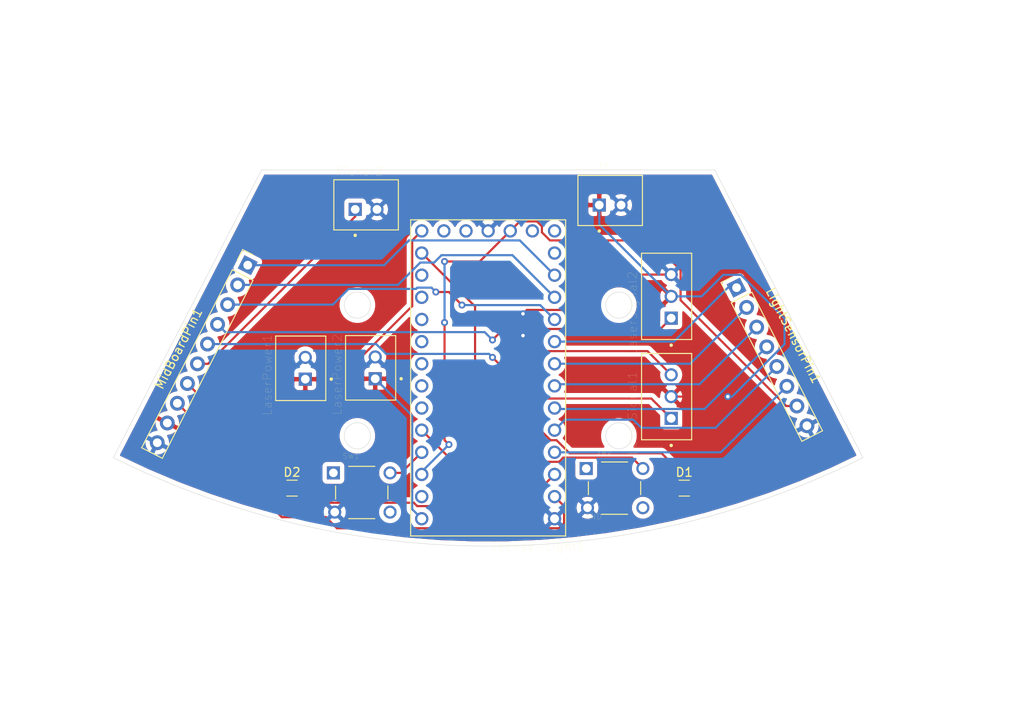
<source format=kicad_pcb>
(kicad_pcb (version 20171130) (host pcbnew "(5.1.6)-1")

  (general
    (thickness 1.6)
    (drawings 9)
    (tracks 153)
    (zones 0)
    (modules 13)
    (nets 39)
  )

  (page A4)
  (layers
    (0 F.Cu signal)
    (31 B.Cu signal)
    (32 B.Adhes user)
    (33 F.Adhes user)
    (34 B.Paste user)
    (35 F.Paste user)
    (36 B.SilkS user)
    (37 F.SilkS user)
    (38 B.Mask user)
    (39 F.Mask user)
    (40 Dwgs.User user)
    (41 Cmts.User user)
    (42 Eco1.User user)
    (43 Eco2.User user)
    (44 Edge.Cuts user)
    (45 Margin user)
    (46 B.CrtYd user)
    (47 F.CrtYd user)
    (48 B.Fab user)
    (49 F.Fab user)
  )

  (setup
    (last_trace_width 0.25)
    (trace_clearance 0.2)
    (zone_clearance 0.508)
    (zone_45_only no)
    (trace_min 0.2)
    (via_size 0.8)
    (via_drill 0.4)
    (via_min_size 0.4)
    (via_min_drill 0.3)
    (uvia_size 0.3)
    (uvia_drill 0.1)
    (uvias_allowed no)
    (uvia_min_size 0.2)
    (uvia_min_drill 0.1)
    (edge_width 0.05)
    (segment_width 0.2)
    (pcb_text_width 0.3)
    (pcb_text_size 1.5 1.5)
    (mod_edge_width 0.12)
    (mod_text_size 1 1)
    (mod_text_width 0.15)
    (pad_size 1.524 1.524)
    (pad_drill 0.762)
    (pad_to_mask_clearance 0.05)
    (aux_axis_origin 0 0)
    (grid_origin 130 125)
    (visible_elements 7FFFFFFF)
    (pcbplotparams
      (layerselection 0x010fc_ffffffff)
      (usegerberextensions false)
      (usegerberattributes true)
      (usegerberadvancedattributes true)
      (creategerberjobfile true)
      (excludeedgelayer true)
      (linewidth 0.100000)
      (plotframeref false)
      (viasonmask false)
      (mode 1)
      (useauxorigin false)
      (hpglpennumber 1)
      (hpglpenspeed 20)
      (hpglpendiameter 15.000000)
      (psnegative false)
      (psa4output false)
      (plotreference true)
      (plotvalue true)
      (plotinvisibletext false)
      (padsonsilk false)
      (subtractmaskfromsilk false)
      (outputformat 1)
      (mirror false)
      (drillshape 1)
      (scaleselection 1)
      (outputdirectory ""))
  )

  (net 0 "")
  (net 1 GND)
  (net 2 +5V)
  (net 3 "Net-(LaserSignal1-Pad1)")
  (net 4 "Net-(LaserSignal2-Pad1)")
  (net 5 +3V3)
  (net 6 "Net-(LightSensorPin1-Pad6)")
  (net 7 "Net-(LightSensorPin1-Pad5)")
  (net 8 "Net-(LightSensorPin1-Pad4)")
  (net 9 "Net-(LightSensorPin1-Pad3)")
  (net 10 "Net-(LightSensorPin1-Pad2)")
  (net 11 "Net-(LightSensorPin1-Pad1)")
  (net 12 "Net-(MidBoardPin1-Pad8)")
  (net 13 "Net-(MidBoardPin1-Pad7)")
  (net 14 "Net-(MidBoardPin1-Pad3)")
  (net 15 "Net-(MidBoardPin1-Pad2)")
  (net 16 "Net-(MidBoardPin1-Pad1)")
  (net 17 "Net-(Teensy-Light1-PadONOFF)")
  (net 18 "Net-(Teensy-Light1-PadPGM)")
  (net 19 "Net-(Teensy-Light1-PadVBAT)")
  (net 20 "Net-(Teensy-Light1-PadG3)")
  (net 21 "Net-(Teensy-Light1-Pad21)")
  (net 22 "Net-(Teensy-Light1-Pad20)")
  (net 23 "Net-(Teensy-Light1-Pad19)")
  (net 24 "Net-(Teensy-Light1-Pad18)")
  (net 25 "Net-(Teensy-Light1-Pad17)")
  (net 26 "Net-(Teensy-Light1-Pad16)")
  (net 27 "Net-(Teensy-Light1-Pad15)")
  (net 28 "Net-(Teensy-Light1-Pad11)")
  (net 29 "Net-(Teensy-Light1-Pad12)")
  (net 30 "Net-(SW1-Pad4)")
  (net 31 "Net-(SW1-Pad2)")
  (net 32 "Net-(SW1-Pad1)")
  (net 33 "Net-(SW2-Pad4)")
  (net 34 "Net-(SW2-Pad2)")
  (net 35 "Net-(SW2-Pad1)")
  (net 36 "Net-(D1-Pad2)")
  (net 37 "Net-(D2-Pad2)")
  (net 38 "Net-(Kicker2-Pad1)")

  (net_class Default "This is the default net class."
    (clearance 0.2)
    (trace_width 0.25)
    (via_dia 0.8)
    (via_drill 0.4)
    (uvia_dia 0.3)
    (uvia_drill 0.1)
    (add_net +3V3)
    (add_net +5V)
    (add_net GND)
    (add_net "Net-(D1-Pad2)")
    (add_net "Net-(D2-Pad2)")
    (add_net "Net-(Kicker2-Pad1)")
    (add_net "Net-(LaserSignal1-Pad1)")
    (add_net "Net-(LaserSignal2-Pad1)")
    (add_net "Net-(LightSensorPin1-Pad1)")
    (add_net "Net-(LightSensorPin1-Pad2)")
    (add_net "Net-(LightSensorPin1-Pad3)")
    (add_net "Net-(LightSensorPin1-Pad4)")
    (add_net "Net-(LightSensorPin1-Pad5)")
    (add_net "Net-(LightSensorPin1-Pad6)")
    (add_net "Net-(MidBoardPin1-Pad1)")
    (add_net "Net-(MidBoardPin1-Pad2)")
    (add_net "Net-(MidBoardPin1-Pad3)")
    (add_net "Net-(MidBoardPin1-Pad7)")
    (add_net "Net-(MidBoardPin1-Pad8)")
    (add_net "Net-(SW1-Pad1)")
    (add_net "Net-(SW1-Pad2)")
    (add_net "Net-(SW1-Pad4)")
    (add_net "Net-(SW2-Pad1)")
    (add_net "Net-(SW2-Pad2)")
    (add_net "Net-(SW2-Pad4)")
    (add_net "Net-(Teensy-Light1-Pad11)")
    (add_net "Net-(Teensy-Light1-Pad12)")
    (add_net "Net-(Teensy-Light1-Pad15)")
    (add_net "Net-(Teensy-Light1-Pad16)")
    (add_net "Net-(Teensy-Light1-Pad17)")
    (add_net "Net-(Teensy-Light1-Pad18)")
    (add_net "Net-(Teensy-Light1-Pad19)")
    (add_net "Net-(Teensy-Light1-Pad20)")
    (add_net "Net-(Teensy-Light1-Pad21)")
    (add_net "Net-(Teensy-Light1-PadG3)")
    (add_net "Net-(Teensy-Light1-PadONOFF)")
    (add_net "Net-(Teensy-Light1-PadPGM)")
    (add_net "Net-(Teensy-Light1-PadVBAT)")
  )

  (module "Libraries:JST_B2B-XH-A(LF)(SN)" (layer F.Cu) (tedit 5F2E2012) (tstamp 5F32115F)
    (at 116 96)
    (path /5F3285AC)
    (fp_text reference Kicker2 (at -0.775 -3.835) (layer F.SilkS)
      (effects (font (size 1 1) (thickness 0.015)))
    )
    (fp_text value "B2B-XH-A(LF)(SN)" (at 8.65 4.465) (layer F.Fab)
      (effects (font (size 1 1) (thickness 0.015)))
    )
    (fp_line (start -3.7 2.875) (end -3.7 -2.875) (layer F.Fab) (width 0.127))
    (fp_line (start -3.7 -2.875) (end 3.7 -2.875) (layer F.Fab) (width 0.127))
    (fp_line (start 3.7 -2.875) (end 3.7 2.875) (layer F.Fab) (width 0.127))
    (fp_line (start 3.7 2.875) (end -3.7 2.875) (layer F.Fab) (width 0.127))
    (fp_line (start -3.7 2.875) (end -3.7 -2.875) (layer F.SilkS) (width 0.127))
    (fp_line (start -3.7 -2.875) (end 3.7 -2.875) (layer F.SilkS) (width 0.127))
    (fp_line (start 3.7 -2.875) (end 3.7 2.875) (layer F.SilkS) (width 0.127))
    (fp_line (start 3.7 2.875) (end -3.7 2.875) (layer F.SilkS) (width 0.127))
    (fp_line (start -3.95 3.125) (end -3.95 -3.125) (layer F.CrtYd) (width 0.05))
    (fp_line (start -3.95 -3.125) (end 3.95 -3.125) (layer F.CrtYd) (width 0.05))
    (fp_line (start 3.95 -3.125) (end 3.95 3.125) (layer F.CrtYd) (width 0.05))
    (fp_line (start 3.95 3.125) (end -3.95 3.125) (layer F.CrtYd) (width 0.05))
    (fp_circle (center -1.25 3.5) (end -1.15 3.5) (layer F.SilkS) (width 0.2))
    (fp_circle (center -1.25 3.5) (end -1.15 3.5) (layer F.Fab) (width 0.2))
    (pad 2 thru_hole circle (at 1.25 0.525) (size 1.508 1.508) (drill 1) (layers *.Cu *.Mask)
      (net 1 GND))
    (pad 1 thru_hole rect (at -1.25 0.525) (size 1.508 1.508) (drill 1) (layers *.Cu *.Mask)
      (net 38 "Net-(Kicker2-Pad1)"))
  )

  (module Capacitor_SMD:C_1206_3216Metric (layer F.Cu) (tedit 5B301BBE) (tstamp 5F321125)
    (at 107.5 128.5)
    (descr "Capacitor SMD 1206 (3216 Metric), square (rectangular) end terminal, IPC_7351 nominal, (Body size source: http://www.tortai-tech.com/upload/download/2011102023233369053.pdf), generated with kicad-footprint-generator")
    (tags capacitor)
    (path /5F34F3A2)
    (attr smd)
    (fp_text reference D2 (at 0 -1.82) (layer F.SilkS)
      (effects (font (size 1 1) (thickness 0.15)))
    )
    (fp_text value LED (at 0 1.82) (layer F.Fab)
      (effects (font (size 1 1) (thickness 0.15)))
    )
    (fp_text user %R (at 0 0) (layer F.Fab)
      (effects (font (size 0.8 0.8) (thickness 0.12)))
    )
    (fp_line (start -1.6 0.8) (end -1.6 -0.8) (layer F.Fab) (width 0.1))
    (fp_line (start -1.6 -0.8) (end 1.6 -0.8) (layer F.Fab) (width 0.1))
    (fp_line (start 1.6 -0.8) (end 1.6 0.8) (layer F.Fab) (width 0.1))
    (fp_line (start 1.6 0.8) (end -1.6 0.8) (layer F.Fab) (width 0.1))
    (fp_line (start -0.602064 -0.91) (end 0.602064 -0.91) (layer F.SilkS) (width 0.12))
    (fp_line (start -0.602064 0.91) (end 0.602064 0.91) (layer F.SilkS) (width 0.12))
    (fp_line (start -2.28 1.12) (end -2.28 -1.12) (layer F.CrtYd) (width 0.05))
    (fp_line (start -2.28 -1.12) (end 2.28 -1.12) (layer F.CrtYd) (width 0.05))
    (fp_line (start 2.28 -1.12) (end 2.28 1.12) (layer F.CrtYd) (width 0.05))
    (fp_line (start 2.28 1.12) (end -2.28 1.12) (layer F.CrtYd) (width 0.05))
    (pad 2 smd roundrect (at 1.4 0) (size 1.25 1.75) (layers F.Cu F.Paste F.Mask) (roundrect_rratio 0.2)
      (net 37 "Net-(D2-Pad2)"))
    (pad 1 smd roundrect (at -1.4 0) (size 1.25 1.75) (layers F.Cu F.Paste F.Mask) (roundrect_rratio 0.2)
      (net 1 GND))
    (model ${KISYS3DMOD}/Capacitor_SMD.3dshapes/C_1206_3216Metric.wrl
      (at (xyz 0 0 0))
      (scale (xyz 1 1 1))
      (rotate (xyz 0 0 0))
    )
  )

  (module Capacitor_SMD:C_1206_3216Metric (layer F.Cu) (tedit 5B301BBE) (tstamp 5F321114)
    (at 152.5 128.5)
    (descr "Capacitor SMD 1206 (3216 Metric), square (rectangular) end terminal, IPC_7351 nominal, (Body size source: http://www.tortai-tech.com/upload/download/2011102023233369053.pdf), generated with kicad-footprint-generator")
    (tags capacitor)
    (path /5F34E6EA)
    (attr smd)
    (fp_text reference D1 (at 0 -1.82) (layer F.SilkS)
      (effects (font (size 1 1) (thickness 0.15)))
    )
    (fp_text value LED (at 0 1.82) (layer F.Fab)
      (effects (font (size 1 1) (thickness 0.15)))
    )
    (fp_text user %R (at 0 0) (layer F.Fab)
      (effects (font (size 0.8 0.8) (thickness 0.12)))
    )
    (fp_line (start -1.6 0.8) (end -1.6 -0.8) (layer F.Fab) (width 0.1))
    (fp_line (start -1.6 -0.8) (end 1.6 -0.8) (layer F.Fab) (width 0.1))
    (fp_line (start 1.6 -0.8) (end 1.6 0.8) (layer F.Fab) (width 0.1))
    (fp_line (start 1.6 0.8) (end -1.6 0.8) (layer F.Fab) (width 0.1))
    (fp_line (start -0.602064 -0.91) (end 0.602064 -0.91) (layer F.SilkS) (width 0.12))
    (fp_line (start -0.602064 0.91) (end 0.602064 0.91) (layer F.SilkS) (width 0.12))
    (fp_line (start -2.28 1.12) (end -2.28 -1.12) (layer F.CrtYd) (width 0.05))
    (fp_line (start -2.28 -1.12) (end 2.28 -1.12) (layer F.CrtYd) (width 0.05))
    (fp_line (start 2.28 -1.12) (end 2.28 1.12) (layer F.CrtYd) (width 0.05))
    (fp_line (start 2.28 1.12) (end -2.28 1.12) (layer F.CrtYd) (width 0.05))
    (pad 2 smd roundrect (at 1.4 0) (size 1.25 1.75) (layers F.Cu F.Paste F.Mask) (roundrect_rratio 0.2)
      (net 36 "Net-(D1-Pad2)"))
    (pad 1 smd roundrect (at -1.4 0) (size 1.25 1.75) (layers F.Cu F.Paste F.Mask) (roundrect_rratio 0.2)
      (net 1 GND))
    (model ${KISYS3DMOD}/Capacitor_SMD.3dshapes/C_1206_3216Metric.wrl
      (at (xyz 0 0 0))
      (scale (xyz 1 1 1))
      (rotate (xyz 0 0 0))
    )
  )

  (module Libraries:TE_3-1825910-1 (layer F.Cu) (tedit 5F31A3C8) (tstamp 5F3204AD)
    (at 144.5 128.5)
    (path /5F332E6E)
    (fp_text reference SW2 (at -1.219648 -4.182039) (layer F.SilkS)
      (effects (font (size 0.640864 0.640864) (thickness 0.015)))
    )
    (fp_text value 3-1825910-1 (at 2.941645 4.116458) (layer F.Fab)
      (effects (font (size 0.640445 0.640445) (thickness 0.015)))
    )
    (fp_line (start -3 3) (end -3 -3) (layer F.Fab) (width 0.127))
    (fp_line (start -3 -3) (end 3 -3) (layer F.Fab) (width 0.127))
    (fp_line (start 3 -3) (end 3 3) (layer F.Fab) (width 0.127))
    (fp_line (start 3 3) (end -3 3) (layer F.Fab) (width 0.127))
    (fp_line (start -3 0.75) (end -3 -0.75) (layer F.SilkS) (width 0.127))
    (fp_line (start -1.5 -3) (end 1.5 -3) (layer F.SilkS) (width 0.127))
    (fp_line (start 3 -0.75) (end 3 0.75) (layer F.SilkS) (width 0.127))
    (fp_line (start -1.5 3) (end 1.5 3) (layer F.SilkS) (width 0.127))
    (fp_line (start -4.25 -3.25) (end 4.25 -3.25) (layer F.CrtYd) (width 0.05))
    (fp_line (start 4.25 -3.25) (end 4.25 3.25) (layer F.CrtYd) (width 0.05))
    (fp_line (start 4.25 3.25) (end -4.25 3.25) (layer F.CrtYd) (width 0.05))
    (fp_line (start -4.25 3.25) (end -4.25 -3.25) (layer F.CrtYd) (width 0.05))
    (pad 4 thru_hole circle (at 3.25 2.25) (size 1.498 1.498) (drill 0.99) (layers *.Cu *.Mask)
      (net 33 "Net-(SW2-Pad4)"))
    (pad 3 thru_hole circle (at -3.1 2.25) (size 1.498 1.498) (drill 0.99) (layers *.Cu *.Mask)
      (net 1 GND))
    (pad 2 thru_hole circle (at 3.25 -2.25) (size 1.498 1.498) (drill 0.99) (layers *.Cu *.Mask)
      (net 34 "Net-(SW2-Pad2)"))
    (pad 1 thru_hole rect (at -3.25 -2.25) (size 1.498 1.498) (drill 0.99) (layers *.Cu *.Mask)
      (net 35 "Net-(SW2-Pad1)"))
  )

  (module Libraries:TE_3-1825910-1 (layer F.Cu) (tedit 5F31A3C8) (tstamp 5F320499)
    (at 115.5 129)
    (path /5F331923)
    (fp_text reference SW1 (at -1.219648 -4.182039) (layer F.SilkS)
      (effects (font (size 0.640864 0.640864) (thickness 0.015)))
    )
    (fp_text value 3-1825910-1 (at 2.941645 4.116458) (layer F.Fab)
      (effects (font (size 0.640445 0.640445) (thickness 0.015)))
    )
    (fp_line (start -3 3) (end -3 -3) (layer F.Fab) (width 0.127))
    (fp_line (start -3 -3) (end 3 -3) (layer F.Fab) (width 0.127))
    (fp_line (start 3 -3) (end 3 3) (layer F.Fab) (width 0.127))
    (fp_line (start 3 3) (end -3 3) (layer F.Fab) (width 0.127))
    (fp_line (start -3 0.75) (end -3 -0.75) (layer F.SilkS) (width 0.127))
    (fp_line (start -1.5 -3) (end 1.5 -3) (layer F.SilkS) (width 0.127))
    (fp_line (start 3 -0.75) (end 3 0.75) (layer F.SilkS) (width 0.127))
    (fp_line (start -1.5 3) (end 1.5 3) (layer F.SilkS) (width 0.127))
    (fp_line (start -4.25 -3.25) (end 4.25 -3.25) (layer F.CrtYd) (width 0.05))
    (fp_line (start 4.25 -3.25) (end 4.25 3.25) (layer F.CrtYd) (width 0.05))
    (fp_line (start 4.25 3.25) (end -4.25 3.25) (layer F.CrtYd) (width 0.05))
    (fp_line (start -4.25 3.25) (end -4.25 -3.25) (layer F.CrtYd) (width 0.05))
    (pad 4 thru_hole circle (at 3.25 2.25) (size 1.498 1.498) (drill 0.99) (layers *.Cu *.Mask)
      (net 30 "Net-(SW1-Pad4)"))
    (pad 3 thru_hole circle (at -3.1 2.25) (size 1.498 1.498) (drill 0.99) (layers *.Cu *.Mask)
      (net 1 GND))
    (pad 2 thru_hole circle (at 3.25 -2.25) (size 1.498 1.498) (drill 0.99) (layers *.Cu *.Mask)
      (net 31 "Net-(SW1-Pad2)"))
    (pad 1 thru_hole rect (at -3.25 -2.25) (size 1.498 1.498) (drill 0.99) (layers *.Cu *.Mask)
      (net 32 "Net-(SW1-Pad1)"))
  )

  (module Libraries:MODULE_DEV-15583 (layer F.Cu) (tedit 5F2E1F27) (tstamp 5F2FEFAF)
    (at 130 115.5 180)
    (path /5F2E2062)
    (fp_text reference Teensy-Light1 (at -5.715 -19.685) (layer F.SilkS)
      (effects (font (size 1 1) (thickness 0.015)))
    )
    (fp_text value DEV-15583 (at 1.27 19.685) (layer F.Fab)
      (effects (font (size 1 1) (thickness 0.015)))
    )
    (fp_line (start 8.89 17.78) (end -8.89 17.78) (layer F.Fab) (width 0.127))
    (fp_line (start 8.89 -18.48) (end 8.89 17.78) (layer F.Fab) (width 0.127))
    (fp_line (start -8.89 17.78) (end -8.89 -18.48) (layer F.Fab) (width 0.127))
    (fp_line (start -8.89 -18.48) (end 8.89 -18.48) (layer F.Fab) (width 0.127))
    (fp_line (start -9.14 18.03) (end -9.14 -18.73) (layer F.CrtYd) (width 0.05))
    (fp_line (start 9.14 18.03) (end -9.14 18.03) (layer F.CrtYd) (width 0.05))
    (fp_line (start 9.14 -18.73) (end 9.14 18.03) (layer F.CrtYd) (width 0.05))
    (fp_line (start -9.14 -18.73) (end 9.14 -18.73) (layer F.CrtYd) (width 0.05))
    (fp_line (start 8.89 17.78) (end -8.89 17.78) (layer F.SilkS) (width 0.127))
    (fp_line (start 8.89 -18.48) (end 8.89 17.78) (layer F.SilkS) (width 0.127))
    (fp_line (start -8.89 17.78) (end -8.89 -18.48) (layer F.SilkS) (width 0.127))
    (fp_line (start -8.89 -18.48) (end 8.89 -18.48) (layer F.SilkS) (width 0.127))
    (fp_text user GND (at -12.065 -16.256) (layer F.Fab)
      (effects (font (size 0.64 0.64) (thickness 0.015)))
    )
    (fp_text user GND (at -12.065 -16.256) (layer F.SilkS)
      (effects (font (size 0.64 0.64) (thickness 0.015)))
    )
    (pad ONOFF thru_hole circle (at 5.08 16.51 180) (size 1.53 1.53) (drill 1.02) (layers *.Cu *.Mask)
      (net 17 "Net-(Teensy-Light1-PadONOFF)"))
    (pad PGM thru_hole circle (at 2.54 16.51 180) (size 1.53 1.53) (drill 1.02) (layers *.Cu *.Mask)
      (net 18 "Net-(Teensy-Light1-PadPGM)"))
    (pad G2 thru_hole circle (at 0 16.51 180) (size 1.53 1.53) (drill 1.02) (layers *.Cu *.Mask)
      (net 1 GND))
    (pad 3.3V_1 thru_hole circle (at -2.54 16.51 180) (size 1.53 1.53) (drill 1.02) (layers *.Cu *.Mask)
      (net 5 +3V3))
    (pad VBAT thru_hole circle (at -5.08 16.51 180) (size 1.53 1.53) (drill 1.02) (layers *.Cu *.Mask)
      (net 19 "Net-(Teensy-Light1-PadVBAT)"))
    (pad VIN thru_hole circle (at 7.62 -16.51 180) (size 1.53 1.53) (drill 1.02) (layers *.Cu *.Mask)
      (net 2 +5V))
    (pad G3 thru_hole circle (at 7.62 -13.97 180) (size 1.53 1.53) (drill 1.02) (layers *.Cu *.Mask)
      (net 20 "Net-(Teensy-Light1-PadG3)"))
    (pad 3.3V_2 thru_hole circle (at 7.62 -11.43 180) (size 1.53 1.53) (drill 1.02) (layers *.Cu *.Mask)
      (net 5 +3V3))
    (pad 23 thru_hole circle (at 7.62 -8.89 180) (size 1.53 1.53) (drill 1.02) (layers *.Cu *.Mask)
      (net 31 "Net-(SW1-Pad2)"))
    (pad 22 thru_hole circle (at 7.62 -6.35 180) (size 1.53 1.53) (drill 1.02) (layers *.Cu *.Mask)
      (net 34 "Net-(SW2-Pad2)"))
    (pad 21 thru_hole circle (at 7.62 -3.81 180) (size 1.53 1.53) (drill 1.02) (layers *.Cu *.Mask)
      (net 21 "Net-(Teensy-Light1-Pad21)"))
    (pad 20 thru_hole circle (at 7.62 -1.27 180) (size 1.53 1.53) (drill 1.02) (layers *.Cu *.Mask)
      (net 22 "Net-(Teensy-Light1-Pad20)"))
    (pad 19 thru_hole circle (at 7.62 1.27 180) (size 1.53 1.53) (drill 1.02) (layers *.Cu *.Mask)
      (net 23 "Net-(Teensy-Light1-Pad19)"))
    (pad 18 thru_hole circle (at 7.62 3.81 180) (size 1.53 1.53) (drill 1.02) (layers *.Cu *.Mask)
      (net 24 "Net-(Teensy-Light1-Pad18)"))
    (pad 17 thru_hole circle (at 7.62 6.35 180) (size 1.53 1.53) (drill 1.02) (layers *.Cu *.Mask)
      (net 25 "Net-(Teensy-Light1-Pad17)"))
    (pad 16 thru_hole circle (at 7.62 8.89 180) (size 1.53 1.53) (drill 1.02) (layers *.Cu *.Mask)
      (net 26 "Net-(Teensy-Light1-Pad16)"))
    (pad 15 thru_hole circle (at 7.62 11.43 180) (size 1.53 1.53) (drill 1.02) (layers *.Cu *.Mask)
      (net 27 "Net-(Teensy-Light1-Pad15)"))
    (pad 14 thru_hole circle (at 7.62 13.97 180) (size 1.53 1.53) (drill 1.02) (layers *.Cu *.Mask)
      (net 36 "Net-(D1-Pad2)"))
    (pad 13 thru_hole circle (at 7.62 16.51 180) (size 1.53 1.53) (drill 1.02) (layers *.Cu *.Mask)
      (net 37 "Net-(D2-Pad2)"))
    (pad G1 thru_hole circle (at -7.62 -16.51 180) (size 1.53 1.53) (drill 1.02) (layers *.Cu *.Mask)
      (net 1 GND))
    (pad 0 thru_hole circle (at -7.62 -13.97 180) (size 1.53 1.53) (drill 1.02) (layers *.Cu *.Mask)
      (net 12 "Net-(MidBoardPin1-Pad8)"))
    (pad 1 thru_hole circle (at -7.62 -11.43 180) (size 1.53 1.53) (drill 1.02) (layers *.Cu *.Mask)
      (net 13 "Net-(MidBoardPin1-Pad7)"))
    (pad 2 thru_hole circle (at -7.62 -8.89 180) (size 1.53 1.53) (drill 1.02) (layers *.Cu *.Mask)
      (net 6 "Net-(LightSensorPin1-Pad6)"))
    (pad 3 thru_hole circle (at -7.62 -6.35 180) (size 1.53 1.53) (drill 1.02) (layers *.Cu *.Mask)
      (net 7 "Net-(LightSensorPin1-Pad5)"))
    (pad 4 thru_hole circle (at -7.62 -3.81 180) (size 1.53 1.53) (drill 1.02) (layers *.Cu *.Mask)
      (net 8 "Net-(LightSensorPin1-Pad4)"))
    (pad 5 thru_hole circle (at -7.62 -1.27 180) (size 1.53 1.53) (drill 1.02) (layers *.Cu *.Mask)
      (net 9 "Net-(LightSensorPin1-Pad3)"))
    (pad 6 thru_hole circle (at -7.62 1.27 180) (size 1.53 1.53) (drill 1.02) (layers *.Cu *.Mask)
      (net 10 "Net-(LightSensorPin1-Pad2)"))
    (pad 7 thru_hole circle (at -7.62 3.81 180) (size 1.53 1.53) (drill 1.02) (layers *.Cu *.Mask)
      (net 11 "Net-(LightSensorPin1-Pad1)"))
    (pad 8 thru_hole circle (at -7.62 6.35 180) (size 1.53 1.53) (drill 1.02) (layers *.Cu *.Mask)
      (net 14 "Net-(MidBoardPin1-Pad3)"))
    (pad 9 thru_hole circle (at -7.62 8.89 180) (size 1.53 1.53) (drill 1.02) (layers *.Cu *.Mask)
      (net 15 "Net-(MidBoardPin1-Pad2)"))
    (pad 10 thru_hole circle (at -7.62 11.43 180) (size 1.53 1.53) (drill 1.02) (layers *.Cu *.Mask)
      (net 16 "Net-(MidBoardPin1-Pad1)"))
    (pad 11 thru_hole circle (at -7.62 13.97 180) (size 1.53 1.53) (drill 1.02) (layers *.Cu *.Mask)
      (net 28 "Net-(Teensy-Light1-Pad11)"))
    (pad 12 thru_hole circle (at -7.62 16.51 180) (size 1.53 1.53) (drill 1.02) (layers *.Cu *.Mask)
      (net 29 "Net-(Teensy-Light1-Pad12)"))
  )

  (module Connector_PinHeader_2.54mm:PinHeader_1x10_P2.54mm_Vertical (layer F.Cu) (tedit 59FED5CC) (tstamp 5F2FEF7C)
    (at 102.418815 102.921061 333)
    (descr "Through hole straight pin header, 1x10, 2.54mm pitch, single row")
    (tags "Through hole pin header THT 1x10 2.54mm single row")
    (path /5F329F2E)
    (fp_text reference MidBoardPin1 (at -2.706969 12.129964 243) (layer F.SilkS)
      (effects (font (size 1 1) (thickness 0.15)))
    )
    (fp_text value Conn_01x10_MountingPin (at 2.88304 12.087528 243) (layer F.Fab)
      (effects (font (size 1 1) (thickness 0.15)))
    )
    (fp_line (start 1.8 -1.8) (end -1.8 -1.8) (layer F.CrtYd) (width 0.05))
    (fp_line (start 1.8 24.65) (end 1.8 -1.8) (layer F.CrtYd) (width 0.05))
    (fp_line (start -1.8 24.65) (end 1.8 24.65) (layer F.CrtYd) (width 0.05))
    (fp_line (start -1.8 -1.8) (end -1.8 24.65) (layer F.CrtYd) (width 0.05))
    (fp_line (start -1.33 -1.33) (end 0 -1.33) (layer F.SilkS) (width 0.12))
    (fp_line (start -1.33 0) (end -1.33 -1.33) (layer F.SilkS) (width 0.12))
    (fp_line (start -1.33 1.27) (end 1.33 1.27) (layer F.SilkS) (width 0.12))
    (fp_line (start 1.33 1.27) (end 1.33 24.19) (layer F.SilkS) (width 0.12))
    (fp_line (start -1.33 1.27) (end -1.33 24.19) (layer F.SilkS) (width 0.12))
    (fp_line (start -1.33 24.19) (end 1.33 24.19) (layer F.SilkS) (width 0.12))
    (fp_line (start -1.27 -0.635) (end -0.635 -1.27) (layer F.Fab) (width 0.1))
    (fp_line (start -1.27 24.13) (end -1.27 -0.635) (layer F.Fab) (width 0.1))
    (fp_line (start 1.27 24.13) (end -1.27 24.13) (layer F.Fab) (width 0.1))
    (fp_line (start 1.27 -1.27) (end 1.27 24.13) (layer F.Fab) (width 0.1))
    (fp_line (start -0.635 -1.27) (end 1.27 -1.27) (layer F.Fab) (width 0.1))
    (fp_text user %R (at 0 11.43 63) (layer F.Fab)
      (effects (font (size 1 1) (thickness 0.15)))
    )
    (pad 10 thru_hole oval (at 0 22.86 333) (size 1.7 1.7) (drill 1) (layers *.Cu *.Mask)
      (net 1 GND))
    (pad 9 thru_hole oval (at 0 20.32 333) (size 1.7 1.7) (drill 1) (layers *.Cu *.Mask)
      (net 2 +5V))
    (pad 8 thru_hole oval (at 0 17.78 333) (size 1.7 1.7) (drill 1) (layers *.Cu *.Mask)
      (net 12 "Net-(MidBoardPin1-Pad8)"))
    (pad 7 thru_hole oval (at 0 15.24 333) (size 1.7 1.7) (drill 1) (layers *.Cu *.Mask)
      (net 13 "Net-(MidBoardPin1-Pad7)"))
    (pad 6 thru_hole oval (at 0 12.7 333) (size 1.7 1.7) (drill 1) (layers *.Cu *.Mask)
      (net 38 "Net-(Kicker2-Pad1)"))
    (pad 5 thru_hole oval (at 0 10.16 333) (size 1.7 1.7) (drill 1) (layers *.Cu *.Mask)
      (net 3 "Net-(LaserSignal1-Pad1)"))
    (pad 4 thru_hole oval (at 0 7.62 333) (size 1.7 1.7) (drill 1) (layers *.Cu *.Mask)
      (net 4 "Net-(LaserSignal2-Pad1)"))
    (pad 3 thru_hole oval (at 0 5.08 333) (size 1.7 1.7) (drill 1) (layers *.Cu *.Mask)
      (net 14 "Net-(MidBoardPin1-Pad3)"))
    (pad 2 thru_hole oval (at 0 2.54 333) (size 1.7 1.7) (drill 1) (layers *.Cu *.Mask)
      (net 15 "Net-(MidBoardPin1-Pad2)"))
    (pad 1 thru_hole rect (at 0 0 333) (size 1.7 1.7) (drill 1) (layers *.Cu *.Mask)
      (net 16 "Net-(MidBoardPin1-Pad1)"))
    (model ${KISYS3DMOD}/Connector_PinHeader_2.54mm.3dshapes/PinHeader_1x10_P2.54mm_Vertical.wrl
      (at (xyz 0 0 0))
      (scale (xyz 1 1 1))
      (rotate (xyz 0 0 0))
    )
  )

  (module Connector_PinHeader_2.54mm:PinHeader_1x08_P2.54mm_Vertical (layer F.Cu) (tedit 59FED5CC) (tstamp 5F2FEF5E)
    (at 158.5 105.5 27)
    (descr "Through hole straight pin header, 1x08, 2.54mm pitch, single row")
    (tags "Through hole pin header THT 1x08 2.54mm single row")
    (path /5F314780)
    (fp_text reference LightSensorPin1 (at 3.294595 7.851474 117) (layer F.SilkS)
      (effects (font (size 1 1) (thickness 0.15)))
    )
    (fp_text value Conn_01x08_MountingPin (at -3.43039 10.036554 117) (layer F.Fab)
      (effects (font (size 1 1) (thickness 0.15)))
    )
    (fp_line (start 1.8 -1.8) (end -1.8 -1.8) (layer F.CrtYd) (width 0.05))
    (fp_line (start 1.8 19.55) (end 1.8 -1.8) (layer F.CrtYd) (width 0.05))
    (fp_line (start -1.8 19.55) (end 1.8 19.55) (layer F.CrtYd) (width 0.05))
    (fp_line (start -1.8 -1.8) (end -1.8 19.55) (layer F.CrtYd) (width 0.05))
    (fp_line (start -1.33 -1.33) (end 0 -1.33) (layer F.SilkS) (width 0.12))
    (fp_line (start -1.33 0) (end -1.33 -1.33) (layer F.SilkS) (width 0.12))
    (fp_line (start -1.33 1.27) (end 1.33 1.27) (layer F.SilkS) (width 0.12))
    (fp_line (start 1.33 1.27) (end 1.33 19.11) (layer F.SilkS) (width 0.12))
    (fp_line (start -1.33 1.27) (end -1.33 19.11) (layer F.SilkS) (width 0.12))
    (fp_line (start -1.33 19.11) (end 1.33 19.11) (layer F.SilkS) (width 0.12))
    (fp_line (start -1.27 -0.635) (end -0.635 -1.27) (layer F.Fab) (width 0.1))
    (fp_line (start -1.27 19.05) (end -1.27 -0.635) (layer F.Fab) (width 0.1))
    (fp_line (start 1.27 19.05) (end -1.27 19.05) (layer F.Fab) (width 0.1))
    (fp_line (start 1.27 -1.27) (end 1.27 19.05) (layer F.Fab) (width 0.1))
    (fp_line (start -0.635 -1.27) (end 1.27 -1.27) (layer F.Fab) (width 0.1))
    (fp_text user %R (at 0 8.89 117) (layer F.Fab)
      (effects (font (size 1 1) (thickness 0.15)))
    )
    (pad 8 thru_hole oval (at 0 17.78 27) (size 1.7 1.7) (drill 1) (layers *.Cu *.Mask)
      (net 1 GND))
    (pad 7 thru_hole oval (at 0 15.24 27) (size 1.7 1.7) (drill 1) (layers *.Cu *.Mask)
      (net 5 +3V3))
    (pad 6 thru_hole oval (at 0 12.7 27) (size 1.7 1.7) (drill 1) (layers *.Cu *.Mask)
      (net 6 "Net-(LightSensorPin1-Pad6)"))
    (pad 5 thru_hole oval (at 0 10.16 27) (size 1.7 1.7) (drill 1) (layers *.Cu *.Mask)
      (net 7 "Net-(LightSensorPin1-Pad5)"))
    (pad 4 thru_hole oval (at 0 7.62 27) (size 1.7 1.7) (drill 1) (layers *.Cu *.Mask)
      (net 8 "Net-(LightSensorPin1-Pad4)"))
    (pad 3 thru_hole oval (at 0 5.08 27) (size 1.7 1.7) (drill 1) (layers *.Cu *.Mask)
      (net 9 "Net-(LightSensorPin1-Pad3)"))
    (pad 2 thru_hole oval (at 0 2.54 27) (size 1.7 1.7) (drill 1) (layers *.Cu *.Mask)
      (net 10 "Net-(LightSensorPin1-Pad2)"))
    (pad 1 thru_hole rect (at 0 0 27) (size 1.7 1.7) (drill 1) (layers *.Cu *.Mask)
      (net 11 "Net-(LightSensorPin1-Pad1)"))
    (model ${KISYS3DMOD}/Connector_PinHeader_2.54mm.3dshapes/PinHeader_1x08_P2.54mm_Vertical.wrl
      (at (xyz 0 0 0))
      (scale (xyz 1 1 1))
      (rotate (xyz 0 0 0))
    )
  )

  (module "Libraries:JST_B3B-XH-A(LF)(SN)" (layer F.Cu) (tedit 5F2E208E) (tstamp 5F2FEF42)
    (at 151 106.5 90)
    (path /5F2EB88D)
    (fp_text reference LaserSignal2 (at -1.905 -4.445 90) (layer F.SilkS)
      (effects (font (size 1 1) (thickness 0.015)))
    )
    (fp_text value "B3B-XH-A(LF)(SN)" (at 7.62 3.175 90) (layer F.Fab)
      (effects (font (size 1 1) (thickness 0.015)))
    )
    (fp_line (start -5.2 2.6) (end -5.2 -3.65) (layer F.CrtYd) (width 0.05))
    (fp_line (start 5.2 2.6) (end -5.2 2.6) (layer F.CrtYd) (width 0.05))
    (fp_line (start 5.2 -3.65) (end 5.2 2.6) (layer F.CrtYd) (width 0.05))
    (fp_line (start -5.2 -3.65) (end 5.2 -3.65) (layer F.CrtYd) (width 0.05))
    (fp_circle (center -5.6 0) (end -5.5 0) (layer F.Fab) (width 0.2))
    (fp_circle (center -5.6 0) (end -5.5 0) (layer F.SilkS) (width 0.2))
    (fp_line (start 4.95 -3.4) (end 4.95 2.35) (layer F.SilkS) (width 0.127))
    (fp_line (start 4.95 2.35) (end -4.95 2.35) (layer F.SilkS) (width 0.127))
    (fp_line (start -4.95 2.35) (end -4.95 -3.4) (layer F.SilkS) (width 0.127))
    (fp_line (start -4.95 2.35) (end -4.95 -3.4) (layer F.Fab) (width 0.127))
    (fp_line (start -4.95 -3.4) (end 4.95 -3.4) (layer F.SilkS) (width 0.127))
    (fp_line (start 4.95 2.35) (end -4.95 2.35) (layer F.Fab) (width 0.127))
    (fp_line (start 4.95 -3.4) (end 4.95 2.35) (layer F.Fab) (width 0.127))
    (fp_line (start -4.95 -3.4) (end 4.95 -3.4) (layer F.Fab) (width 0.127))
    (pad 3 thru_hole circle (at 2.5 0 90) (size 1.508 1.508) (drill 1) (layers *.Cu *.Mask)
      (net 1 GND))
    (pad 1 thru_hole rect (at -2.5 0 90) (size 1.508 1.508) (drill 1) (layers *.Cu *.Mask)
      (net 4 "Net-(LaserSignal2-Pad1)"))
    (pad 2 thru_hole circle (at 0 0 90) (size 1.508 1.508) (drill 1) (layers *.Cu *.Mask)
      (net 2 +5V))
  )

  (module "Libraries:JST_B3B-XH-A(LF)(SN)" (layer F.Cu) (tedit 5F2E208E) (tstamp 5F2FEF2D)
    (at 151 118 90)
    (path /5F2EAFE8)
    (fp_text reference LaserSignal1 (at -1.905 -4.445 90) (layer F.SilkS)
      (effects (font (size 1 1) (thickness 0.015)))
    )
    (fp_text value "B3B-XH-A(LF)(SN)" (at 7.62 3.175 90) (layer F.Fab)
      (effects (font (size 1 1) (thickness 0.015)))
    )
    (fp_line (start -5.2 2.6) (end -5.2 -3.65) (layer F.CrtYd) (width 0.05))
    (fp_line (start 5.2 2.6) (end -5.2 2.6) (layer F.CrtYd) (width 0.05))
    (fp_line (start 5.2 -3.65) (end 5.2 2.6) (layer F.CrtYd) (width 0.05))
    (fp_line (start -5.2 -3.65) (end 5.2 -3.65) (layer F.CrtYd) (width 0.05))
    (fp_circle (center -5.6 0) (end -5.5 0) (layer F.Fab) (width 0.2))
    (fp_circle (center -5.6 0) (end -5.5 0) (layer F.SilkS) (width 0.2))
    (fp_line (start 4.95 -3.4) (end 4.95 2.35) (layer F.SilkS) (width 0.127))
    (fp_line (start 4.95 2.35) (end -4.95 2.35) (layer F.SilkS) (width 0.127))
    (fp_line (start -4.95 2.35) (end -4.95 -3.4) (layer F.SilkS) (width 0.127))
    (fp_line (start -4.95 2.35) (end -4.95 -3.4) (layer F.Fab) (width 0.127))
    (fp_line (start -4.95 -3.4) (end 4.95 -3.4) (layer F.SilkS) (width 0.127))
    (fp_line (start 4.95 2.35) (end -4.95 2.35) (layer F.Fab) (width 0.127))
    (fp_line (start 4.95 -3.4) (end 4.95 2.35) (layer F.Fab) (width 0.127))
    (fp_line (start -4.95 -3.4) (end 4.95 -3.4) (layer F.Fab) (width 0.127))
    (pad 3 thru_hole circle (at 2.5 0 90) (size 1.508 1.508) (drill 1) (layers *.Cu *.Mask)
      (net 1 GND))
    (pad 1 thru_hole rect (at -2.5 0 90) (size 1.508 1.508) (drill 1) (layers *.Cu *.Mask)
      (net 3 "Net-(LaserSignal1-Pad1)"))
    (pad 2 thru_hole circle (at 0 0 90) (size 1.508 1.508) (drill 1) (layers *.Cu *.Mask)
      (net 2 +5V))
  )

  (module "Libraries:JST_B2B-XH-A(LF)(SN)" (layer F.Cu) (tedit 5F2E2012) (tstamp 5F2FEF18)
    (at 116.52 114.7 90)
    (path /5F2EA1E6)
    (fp_text reference LaserPower2 (at -0.775 -3.835 90) (layer F.SilkS)
      (effects (font (size 1 1) (thickness 0.015)))
    )
    (fp_text value "B2B-XH-A(LF)(SN)" (at 8.65 4.465 90) (layer F.Fab)
      (effects (font (size 1 1) (thickness 0.015)))
    )
    (fp_circle (center -1.25 3.5) (end -1.15 3.5) (layer F.Fab) (width 0.2))
    (fp_circle (center -1.25 3.5) (end -1.15 3.5) (layer F.SilkS) (width 0.2))
    (fp_line (start 3.95 3.125) (end -3.95 3.125) (layer F.CrtYd) (width 0.05))
    (fp_line (start 3.95 -3.125) (end 3.95 3.125) (layer F.CrtYd) (width 0.05))
    (fp_line (start -3.95 -3.125) (end 3.95 -3.125) (layer F.CrtYd) (width 0.05))
    (fp_line (start -3.95 3.125) (end -3.95 -3.125) (layer F.CrtYd) (width 0.05))
    (fp_line (start 3.7 2.875) (end -3.7 2.875) (layer F.SilkS) (width 0.127))
    (fp_line (start 3.7 -2.875) (end 3.7 2.875) (layer F.SilkS) (width 0.127))
    (fp_line (start -3.7 -2.875) (end 3.7 -2.875) (layer F.SilkS) (width 0.127))
    (fp_line (start -3.7 2.875) (end -3.7 -2.875) (layer F.SilkS) (width 0.127))
    (fp_line (start 3.7 2.875) (end -3.7 2.875) (layer F.Fab) (width 0.127))
    (fp_line (start 3.7 -2.875) (end 3.7 2.875) (layer F.Fab) (width 0.127))
    (fp_line (start -3.7 -2.875) (end 3.7 -2.875) (layer F.Fab) (width 0.127))
    (fp_line (start -3.7 2.875) (end -3.7 -2.875) (layer F.Fab) (width 0.127))
    (pad 2 thru_hole circle (at 1.25 0.525 90) (size 1.508 1.508) (drill 1) (layers *.Cu *.Mask)
      (net 1 GND))
    (pad 1 thru_hole rect (at -1.25 0.525 90) (size 1.508 1.508) (drill 1) (layers *.Cu *.Mask)
      (net 2 +5V))
  )

  (module "Libraries:JST_B2B-XH-A(LF)(SN)" (layer F.Cu) (tedit 5F2E2012) (tstamp 5F2FEF04)
    (at 108.5 114.75 90)
    (path /5F2E954D)
    (fp_text reference LaserPower1 (at -0.775 -3.835 90) (layer F.SilkS)
      (effects (font (size 1 1) (thickness 0.015)))
    )
    (fp_text value "B2B-XH-A(LF)(SN)" (at 8.65 4.465 90) (layer F.Fab)
      (effects (font (size 1 1) (thickness 0.015)))
    )
    (fp_circle (center -1.25 3.5) (end -1.15 3.5) (layer F.Fab) (width 0.2))
    (fp_circle (center -1.25 3.5) (end -1.15 3.5) (layer F.SilkS) (width 0.2))
    (fp_line (start 3.95 3.125) (end -3.95 3.125) (layer F.CrtYd) (width 0.05))
    (fp_line (start 3.95 -3.125) (end 3.95 3.125) (layer F.CrtYd) (width 0.05))
    (fp_line (start -3.95 -3.125) (end 3.95 -3.125) (layer F.CrtYd) (width 0.05))
    (fp_line (start -3.95 3.125) (end -3.95 -3.125) (layer F.CrtYd) (width 0.05))
    (fp_line (start 3.7 2.875) (end -3.7 2.875) (layer F.SilkS) (width 0.127))
    (fp_line (start 3.7 -2.875) (end 3.7 2.875) (layer F.SilkS) (width 0.127))
    (fp_line (start -3.7 -2.875) (end 3.7 -2.875) (layer F.SilkS) (width 0.127))
    (fp_line (start -3.7 2.875) (end -3.7 -2.875) (layer F.SilkS) (width 0.127))
    (fp_line (start 3.7 2.875) (end -3.7 2.875) (layer F.Fab) (width 0.127))
    (fp_line (start 3.7 -2.875) (end 3.7 2.875) (layer F.Fab) (width 0.127))
    (fp_line (start -3.7 -2.875) (end 3.7 -2.875) (layer F.Fab) (width 0.127))
    (fp_line (start -3.7 2.875) (end -3.7 -2.875) (layer F.Fab) (width 0.127))
    (pad 2 thru_hole circle (at 1.25 0.525 90) (size 1.508 1.508) (drill 1) (layers *.Cu *.Mask)
      (net 1 GND))
    (pad 1 thru_hole rect (at -1.25 0.525 90) (size 1.508 1.508) (drill 1) (layers *.Cu *.Mask)
      (net 2 +5V))
  )

  (module "Libraries:JST_B2B-XH-A(LF)(SN)" (layer F.Cu) (tedit 5F2E2012) (tstamp 5F2FEEC8)
    (at 144 95.5)
    (path /5F3642E3)
    (fp_text reference J1 (at -0.775 -3.835) (layer F.SilkS)
      (effects (font (size 1 1) (thickness 0.015)))
    )
    (fp_text value "B2B-XH-A(LF)(SN)" (at 8.65 4.465) (layer F.Fab)
      (effects (font (size 1 1) (thickness 0.015)))
    )
    (fp_circle (center -1.25 3.5) (end -1.15 3.5) (layer F.Fab) (width 0.2))
    (fp_circle (center -1.25 3.5) (end -1.15 3.5) (layer F.SilkS) (width 0.2))
    (fp_line (start 3.95 3.125) (end -3.95 3.125) (layer F.CrtYd) (width 0.05))
    (fp_line (start 3.95 -3.125) (end 3.95 3.125) (layer F.CrtYd) (width 0.05))
    (fp_line (start -3.95 -3.125) (end 3.95 -3.125) (layer F.CrtYd) (width 0.05))
    (fp_line (start -3.95 3.125) (end -3.95 -3.125) (layer F.CrtYd) (width 0.05))
    (fp_line (start 3.7 2.875) (end -3.7 2.875) (layer F.SilkS) (width 0.127))
    (fp_line (start 3.7 -2.875) (end 3.7 2.875) (layer F.SilkS) (width 0.127))
    (fp_line (start -3.7 -2.875) (end 3.7 -2.875) (layer F.SilkS) (width 0.127))
    (fp_line (start -3.7 2.875) (end -3.7 -2.875) (layer F.SilkS) (width 0.127))
    (fp_line (start 3.7 2.875) (end -3.7 2.875) (layer F.Fab) (width 0.127))
    (fp_line (start 3.7 -2.875) (end 3.7 2.875) (layer F.Fab) (width 0.127))
    (fp_line (start -3.7 -2.875) (end 3.7 -2.875) (layer F.Fab) (width 0.127))
    (fp_line (start -3.7 2.875) (end -3.7 -2.875) (layer F.Fab) (width 0.127))
    (pad 2 thru_hole circle (at 1.25 0.525) (size 1.508 1.508) (drill 1) (layers *.Cu *.Mask)
      (net 1 GND))
    (pad 1 thru_hole rect (at -1.25 0.525) (size 1.508 1.508) (drill 1) (layers *.Cu *.Mask)
      (net 2 +5V))
  )

  (gr_arc (start 130 39) (end 87.000001 124.999999) (angle -53.13010235) (layer Edge.Cuts) (width 0.05))
  (gr_circle (center 145 122.5) (end 146.5 122.5) (layer Edge.Cuts) (width 0.05))
  (gr_circle (center 145 107.5) (end 146.5 107.5) (layer Edge.Cuts) (width 0.05))
  (gr_circle (center 115 107.5) (end 116.5 107.5) (layer Edge.Cuts) (width 0.05))
  (gr_circle (center 115 122.5) (end 115 121) (layer Edge.Cuts) (width 0.05))
  (gr_line (start 104 92) (end 87 125) (layer Edge.Cuts) (width 0.05) (tstamp 5F320666))
  (gr_line (start 130 92) (end 104 92) (layer Edge.Cuts) (width 0.05))
  (gr_line (start 156 92) (end 173 125) (layer Edge.Cuts) (width 0.05) (tstamp 5F320665))
  (gr_line (start 130 92) (end 156 92) (layer Edge.Cuts) (width 0.05))

  (segment (start 106.1 116.425) (end 109.025 113.5) (width 0.25) (layer F.Cu) (net 1))
  (segment (start 106.1 128.5) (end 106.1 116.425) (width 0.25) (layer F.Cu) (net 1))
  (segment (start 143.65 128.5) (end 141.4 130.75) (width 0.25) (layer F.Cu) (net 1))
  (segment (start 151.1 128.5) (end 143.65 128.5) (width 0.25) (layer F.Cu) (net 1))
  (segment (start 148.280001 112.780001) (end 135.780001 112.780001) (width 0.25) (layer F.Cu) (net 1))
  (segment (start 151 115.5) (end 148.280001 112.780001) (width 0.25) (layer F.Cu) (net 1))
  (segment (start 135.780001 112.780001) (end 134 111) (width 0.25) (layer F.Cu) (net 1))
  (segment (start 134 111) (end 134 111) (width 0.25) (layer F.Cu) (net 1) (tstamp 5F32173B))
  (via (at 134 111) (size 0.8) (drill 0.4) (layers F.Cu B.Cu) (net 1))
  (segment (start 134 111) (end 134 108.5) (width 0.25) (layer B.Cu) (net 1))
  (segment (start 134 108.5) (end 134 108.5) (width 0.25) (layer B.Cu) (net 1) (tstamp 5F321741))
  (via (at 134 108.5) (size 0.8) (drill 0.4) (layers F.Cu B.Cu) (net 1))
  (segment (start 134.440001 108.059999) (end 140.440001 108.059999) (width 0.25) (layer F.Cu) (net 1))
  (segment (start 134 108.5) (end 134.440001 108.059999) (width 0.25) (layer F.Cu) (net 1))
  (segment (start 144.5 104) (end 151 104) (width 0.25) (layer F.Cu) (net 1))
  (segment (start 140.440001 108.059999) (end 144.5 104) (width 0.25) (layer F.Cu) (net 1))
  (segment (start 142.75 98.25) (end 151 106.5) (width 0.25) (layer B.Cu) (net 2))
  (segment (start 142.75 96.025) (end 142.75 98.25) (width 0.25) (layer B.Cu) (net 2))
  (segment (start 151 106.5) (end 154.5 106.5) (width 0.25) (layer B.Cu) (net 2))
  (segment (start 159.006089 104.031743) (end 164 109.025654) (width 0.25) (layer B.Cu) (net 2))
  (segment (start 154.5 106.5) (end 156.968257 104.031743) (width 0.25) (layer B.Cu) (net 2))
  (segment (start 156.968257 104.031743) (end 159.006089 104.031743) (width 0.25) (layer B.Cu) (net 2))
  (segment (start 164 111.98788) (end 157.98788 118) (width 0.25) (layer B.Cu) (net 2))
  (segment (start 164 109.025654) (end 164 111.98788) (width 0.25) (layer B.Cu) (net 2))
  (segment (start 157.98788 118) (end 157.5 118) (width 0.25) (layer B.Cu) (net 2))
  (segment (start 157.5 118) (end 157.5 118) (width 0.25) (layer B.Cu) (net 2) (tstamp 5F321724))
  (via (at 157.5 118) (size 0.8) (drill 0.4) (layers F.Cu B.Cu) (net 2))
  (segment (start 157.5 118) (end 151 118) (width 0.25) (layer F.Cu) (net 2))
  (segment (start 121.289999 120.194999) (end 117.045 115.95) (width 0.25) (layer B.Cu) (net 2))
  (segment (start 121.289999 130.919999) (end 121.289999 120.194999) (width 0.25) (layer B.Cu) (net 2))
  (segment (start 122.38 132.01) (end 121.289999 130.919999) (width 0.25) (layer B.Cu) (net 2))
  (segment (start 148.719999 118.219999) (end 135.219999 118.219999) (width 0.25) (layer F.Cu) (net 3))
  (segment (start 151 120.5) (end 148.719999 118.219999) (width 0.25) (layer F.Cu) (net 3))
  (segment (start 135.219999 118.219999) (end 130.5 113.5) (width 0.25) (layer F.Cu) (net 3))
  (segment (start 130.5 113.5) (end 130.5 113.5) (width 0.25) (layer F.Cu) (net 3) (tstamp 5F3216C8))
  (via (at 130.5 113.5) (size 0.8) (drill 0.4) (layers F.Cu B.Cu) (net 3))
  (segment (start 117.165609 111.973687) (end 97.806272 111.973687) (width 0.25) (layer B.Cu) (net 3))
  (segment (start 118.291923 113.100001) (end 117.165609 111.973687) (width 0.25) (layer B.Cu) (net 3))
  (segment (start 130.100001 113.100001) (end 118.291923 113.100001) (width 0.25) (layer B.Cu) (net 3))
  (segment (start 130.5 113.5) (end 130.100001 113.100001) (width 0.25) (layer B.Cu) (net 3))
  (segment (start 149.759999 110.240001) (end 131.759999 110.240001) (width 0.25) (layer F.Cu) (net 4))
  (segment (start 151 109) (end 149.759999 110.240001) (width 0.25) (layer F.Cu) (net 4))
  (segment (start 131.759999 110.240001) (end 130.5 111.5) (width 0.25) (layer F.Cu) (net 4))
  (segment (start 130.5 111.5) (end 130.5 111.5) (width 0.25) (layer F.Cu) (net 4) (tstamp 5F3216C6))
  (via (at 130.5 111.5) (size 0.8) (drill 0.4) (layers F.Cu B.Cu) (net 4))
  (segment (start 99.848875 110.599999) (end 98.959407 109.710531) (width 0.25) (layer B.Cu) (net 4))
  (segment (start 129.599999 110.599999) (end 99.848875 110.599999) (width 0.25) (layer B.Cu) (net 4))
  (segment (start 130.5 111.5) (end 129.599999 110.599999) (width 0.25) (layer B.Cu) (net 4))
  (segment (start 136.170001 99.153203) (end 136.170001 98.466799) (width 0.25) (layer F.Cu) (net 5))
  (segment (start 148.676923 100.080001) (end 137.096799 100.080001) (width 0.25) (layer F.Cu) (net 5))
  (segment (start 152.079001 103.482079) (end 148.676923 100.080001) (width 0.25) (layer F.Cu) (net 5))
  (segment (start 133.630001 97.899999) (end 132.54 98.99) (width 0.25) (layer F.Cu) (net 5))
  (segment (start 152.079001 106.941206) (end 152.079001 103.482079) (width 0.25) (layer F.Cu) (net 5))
  (segment (start 136.170001 98.466799) (end 135.603201 97.899999) (width 0.25) (layer F.Cu) (net 5))
  (segment (start 137.096799 100.080001) (end 136.170001 99.153203) (width 0.25) (layer F.Cu) (net 5))
  (segment (start 164.216734 119.078939) (end 152.079001 106.941206) (width 0.25) (layer F.Cu) (net 5))
  (segment (start 135.603201 97.899999) (end 133.630001 97.899999) (width 0.25) (layer F.Cu) (net 5))
  (segment (start 165.418815 119.078939) (end 164.216734 119.078939) (width 0.25) (layer F.Cu) (net 5))
  (segment (start 132.54 98.99) (end 129.03 102.5) (width 0.25) (layer F.Cu) (net 5))
  (segment (start 129.03 102.5) (end 125 102.5) (width 0.25) (layer F.Cu) (net 5))
  (segment (start 125 102.5) (end 125 102.5) (width 0.25) (layer F.Cu) (net 5) (tstamp 5F3216E6))
  (via (at 125 102.5) (size 0.8) (drill 0.4) (layers F.Cu B.Cu) (net 5))
  (segment (start 125 102.5) (end 125 109.5) (width 0.25) (layer B.Cu) (net 5))
  (segment (start 125 109.5) (end 125 109.5) (width 0.25) (layer B.Cu) (net 5) (tstamp 5F3216EC))
  (via (at 125 109.5) (size 0.8) (drill 0.4) (layers F.Cu B.Cu) (net 5))
  (segment (start 125 109.5) (end 125 123) (width 0.25) (layer F.Cu) (net 5))
  (segment (start 125 123) (end 125.5 123.5) (width 0.25) (layer F.Cu) (net 5))
  (segment (start 125.5 123.5) (end 125.5 123.5) (width 0.25) (layer F.Cu) (net 5) (tstamp 5F3216F2))
  (via (at 125.5 123.5) (size 0.8) (drill 0.4) (layers F.Cu B.Cu) (net 5))
  (segment (start 122.38 126.62) (end 122.38 126.93) (width 0.25) (layer B.Cu) (net 5))
  (segment (start 125.5 123.5) (end 122.38 126.62) (width 0.25) (layer B.Cu) (net 5))
  (segment (start 156.691462 124.39) (end 137.62 124.39) (width 0.25) (layer B.Cu) (net 6))
  (segment (start 164.265679 116.815783) (end 156.691462 124.39) (width 0.25) (layer B.Cu) (net 6))
  (segment (start 156.086168 121.579001) (end 147.579001 121.579001) (width 0.25) (layer B.Cu) (net 7))
  (segment (start 163.112543 114.552626) (end 156.086168 121.579001) (width 0.25) (layer B.Cu) (net 7))
  (segment (start 138.825737 120.644263) (end 137.62 121.85) (width 0.25) (layer B.Cu) (net 7))
  (segment (start 146.644263 120.644263) (end 138.825737 120.644263) (width 0.25) (layer B.Cu) (net 7))
  (segment (start 147.579001 121.579001) (end 146.644263 120.644263) (width 0.25) (layer B.Cu) (net 7))
  (segment (start 137.730999 119.420999) (end 137.62 119.31) (width 0.25) (layer B.Cu) (net 8))
  (segment (start 154.827879 119.420999) (end 137.730999 119.420999) (width 0.25) (layer B.Cu) (net 8))
  (segment (start 161.959408 112.28947) (end 154.827879 119.420999) (width 0.25) (layer B.Cu) (net 8))
  (segment (start 137.810999 116.579001) (end 137.62 116.77) (width 0.25) (layer B.Cu) (net 9))
  (segment (start 154.253584 116.579001) (end 137.810999 116.579001) (width 0.25) (layer B.Cu) (net 9))
  (segment (start 160.806272 110.026313) (end 154.253584 116.579001) (width 0.25) (layer B.Cu) (net 9))
  (segment (start 153.186293 114.23) (end 137.62 114.23) (width 0.25) (layer B.Cu) (net 10))
  (segment (start 159.653136 107.763157) (end 153.186293 114.23) (width 0.25) (layer B.Cu) (net 10))
  (segment (start 158.420999 105.420999) (end 157.579001 105.420999) (width 0.25) (layer B.Cu) (net 11))
  (segment (start 158.5 105.5) (end 158.420999 105.420999) (width 0.25) (layer B.Cu) (net 11))
  (segment (start 151.31 111.69) (end 137.62 111.69) (width 0.25) (layer B.Cu) (net 11))
  (segment (start 157.579001 105.420999) (end 151.31 111.69) (width 0.25) (layer B.Cu) (net 11))
  (segment (start 138.710001 130.560001) (end 137.62 129.47) (width 0.25) (layer F.Cu) (net 12))
  (segment (start 138.143201 133.100001) (end 138.710001 132.533201) (width 0.25) (layer F.Cu) (net 12))
  (segment (start 112.660479 133.100001) (end 138.143201 133.100001) (width 0.25) (layer F.Cu) (net 12))
  (segment (start 111.390975 131.830497) (end 112.660479 133.100001) (width 0.25) (layer F.Cu) (net 12))
  (segment (start 106.330497 131.830497) (end 111.390975 131.830497) (width 0.25) (layer F.Cu) (net 12))
  (segment (start 138.710001 132.533201) (end 138.710001 130.560001) (width 0.25) (layer F.Cu) (net 12))
  (segment (start 104 129.5) (end 106.330497 131.830497) (width 0.25) (layer F.Cu) (net 12))
  (segment (start 104 128.416293) (end 104 129.5) (width 0.25) (layer F.Cu) (net 12))
  (segment (start 94.346864 118.763157) (end 104 128.416293) (width 0.25) (layer F.Cu) (net 12))
  (segment (start 95.5 116.5) (end 104.568205 125.568205) (width 0.25) (layer F.Cu) (net 13))
  (segment (start 104.568205 129.068205) (end 106.880487 131.380487) (width 0.25) (layer F.Cu) (net 13))
  (segment (start 104.568205 125.568205) (end 104.568205 129.068205) (width 0.25) (layer F.Cu) (net 13))
  (segment (start 106.880487 131.380487) (end 109.619513 131.380487) (width 0.25) (layer F.Cu) (net 13))
  (segment (start 121.856799 130.560001) (end 133.989999 130.560001) (width 0.25) (layer F.Cu) (net 13))
  (segment (start 121.472797 130.175999) (end 121.856799 130.560001) (width 0.25) (layer F.Cu) (net 13))
  (segment (start 110.824001 130.175999) (end 121.472797 130.175999) (width 0.25) (layer F.Cu) (net 13))
  (segment (start 133.989999 130.560001) (end 137.62 126.93) (width 0.25) (layer F.Cu) (net 13))
  (segment (start 109.619513 131.380487) (end 110.824001 130.175999) (width 0.25) (layer F.Cu) (net 13))
  (segment (start 100.112543 107.447374) (end 112.186854 107.447374) (width 0.25) (layer B.Cu) (net 14))
  (segment (start 121.732535 105.644263) (end 121.876798 105.5) (width 0.25) (layer B.Cu) (net 14))
  (segment (start 112.186854 107.447374) (end 113.989965 105.644263) (width 0.25) (layer B.Cu) (net 14))
  (segment (start 113.989965 105.644263) (end 121.732535 105.644263) (width 0.25) (layer B.Cu) (net 14))
  (segment (start 121.876798 105.5) (end 123.5 105.5) (width 0.25) (layer B.Cu) (net 14))
  (segment (start 123.5 105.5) (end 124 106) (width 0.25) (layer B.Cu) (net 14))
  (segment (start 124 106) (end 124 106) (width 0.25) (layer B.Cu) (net 14) (tstamp 5F32170C))
  (via (at 124 106) (size 0.8) (drill 0.4) (layers F.Cu B.Cu) (net 14))
  (segment (start 124 106) (end 125.5 106) (width 0.25) (layer F.Cu) (net 14))
  (segment (start 125.5 106) (end 127 107.5) (width 0.25) (layer F.Cu) (net 14))
  (segment (start 127 107.5) (end 127 107.5) (width 0.25) (layer F.Cu) (net 14) (tstamp 5F321712))
  (via (at 127 107.5) (size 0.8) (drill 0.4) (layers F.Cu B.Cu) (net 14))
  (segment (start 135.97 107.5) (end 137.62 109.15) (width 0.25) (layer B.Cu) (net 14))
  (segment (start 127 107.5) (end 135.97 107.5) (width 0.25) (layer B.Cu) (net 14))
  (segment (start 132.784999 101.774999) (end 137.62 106.61) (width 0.25) (layer B.Cu) (net 15))
  (segment (start 124.651999 101.774999) (end 132.784999 101.774999) (width 0.25) (layer B.Cu) (net 15))
  (segment (start 123.806997 102.620001) (end 124.651999 101.774999) (width 0.25) (layer B.Cu) (net 15))
  (segment (start 122.216797 102.620001) (end 123.806997 102.620001) (width 0.25) (layer B.Cu) (net 15))
  (segment (start 119.65258 105.184218) (end 122.216797 102.620001) (width 0.25) (layer B.Cu) (net 15))
  (segment (start 101.265679 105.184218) (end 119.65258 105.184218) (width 0.25) (layer B.Cu) (net 15))
  (segment (start 102.418815 102.921061) (end 118.078939 102.921061) (width 0.25) (layer B.Cu) (net 16))
  (segment (start 120.919999 100.080001) (end 133.630001 100.080001) (width 0.25) (layer B.Cu) (net 16))
  (segment (start 133.630001 100.080001) (end 137.62 104.07) (width 0.25) (layer B.Cu) (net 16))
  (segment (start 118.078939 102.921061) (end 120.919999 100.080001) (width 0.25) (layer B.Cu) (net 16))
  (segment (start 120.02 126.75) (end 122.38 124.39) (width 0.25) (layer F.Cu) (net 31))
  (segment (start 118.75 126.75) (end 120.02 126.75) (width 0.25) (layer F.Cu) (net 31))
  (segment (start 147.75 126.25) (end 146.5 125) (width 0.25) (layer F.Cu) (net 34))
  (segment (start 138.143201 125.480001) (end 126.010001 125.480001) (width 0.25) (layer F.Cu) (net 34))
  (segment (start 126.010001 125.480001) (end 122.38 121.85) (width 0.25) (layer F.Cu) (net 34))
  (segment (start 138.623202 125) (end 138.143201 125.480001) (width 0.25) (layer F.Cu) (net 34))
  (segment (start 146.5 125) (end 138.623202 125) (width 0.25) (layer F.Cu) (net 34))
  (segment (start 153.9 128.5) (end 149.9 124.5) (width 0.25) (layer F.Cu) (net 36))
  (segment (start 139.343202 124.5) (end 137.843202 123) (width 0.25) (layer F.Cu) (net 36))
  (segment (start 149.9 124.5) (end 139.343202 124.5) (width 0.25) (layer F.Cu) (net 36))
  (segment (start 137.156798 123) (end 128.5 114.343202) (width 0.25) (layer F.Cu) (net 36))
  (segment (start 137.843202 123) (end 137.156798 123) (width 0.25) (layer F.Cu) (net 36))
  (segment (start 128.5 107.65) (end 122.38 101.53) (width 0.25) (layer F.Cu) (net 36))
  (segment (start 128.5 114.343202) (end 128.5 107.65) (width 0.25) (layer F.Cu) (net 36))
  (segment (start 121.289999 107.608079) (end 121.289999 100.080001) (width 0.25) (layer F.Cu) (net 37))
  (segment (start 121.289999 100.080001) (end 122.38 98.99) (width 0.25) (layer F.Cu) (net 37))
  (segment (start 108.9 119.998078) (end 121.289999 107.608079) (width 0.25) (layer F.Cu) (net 37))
  (segment (start 108.9 128.5) (end 108.9 119.998078) (width 0.25) (layer F.Cu) (net 37))
  (segment (start 114.75 97.342061) (end 114.75 96.525) (width 0.25) (layer F.Cu) (net 38))
  (segment (start 97.855217 114.236844) (end 114.75 97.342061) (width 0.25) (layer F.Cu) (net 38))
  (segment (start 96.653136 114.236844) (end 97.855217 114.236844) (width 0.25) (layer F.Cu) (net 38))

  (zone (net 2) (net_name +5V) (layer F.Cu) (tstamp 0) (hatch edge 0.508)
    (connect_pads (clearance 0.508))
    (min_thickness 0.254)
    (fill yes (arc_segments 32) (thermal_gap 0.508) (thermal_bridge_width 0.508))
    (polygon
      (pts
        (xy 187.5 76) (xy 184.5 147) (xy 74 155) (xy 75.5 73.5)
      )
    )
    (filled_polygon
      (pts
        (xy 172.101158 124.696373) (xy 169.242731 126.054574) (xy 165.717478 127.559316) (xy 162.134668 128.921376) (xy 158.500034 130.13857)
        (xy 154.819545 131.208899) (xy 151.099046 132.130667) (xy 147.344544 132.902383) (xy 143.562078 133.522806) (xy 139.757797 133.990927)
        (xy 135.9378 134.305999) (xy 132.108203 134.467514) (xy 128.275207 134.47521) (xy 124.44502 134.329077) (xy 120.623774 134.029349)
        (xy 119.200398 133.860001) (xy 138.105879 133.860001) (xy 138.143201 133.863677) (xy 138.180523 133.860001) (xy 138.180534 133.860001)
        (xy 138.292187 133.849004) (xy 138.435448 133.805547) (xy 138.567477 133.734975) (xy 138.683202 133.640002) (xy 138.707004 133.610999)
        (xy 139.221005 133.096999) (xy 139.250002 133.073202) (xy 139.344975 132.957477) (xy 139.415547 132.825448) (xy 139.459004 132.682187)
        (xy 139.470001 132.570534) (xy 139.470001 132.570525) (xy 139.473677 132.533202) (xy 139.470001 132.495879) (xy 139.470001 130.597323)
        (xy 139.473677 130.56) (xy 139.470001 130.522677) (xy 139.470001 130.522668) (xy 139.459004 130.411015) (xy 139.415547 130.267754)
        (xy 139.344975 130.135725) (xy 139.250002 130.02) (xy 139.221004 129.996202) (xy 138.988923 129.764122) (xy 139.02 129.607888)
        (xy 139.02 129.332112) (xy 138.966199 129.061635) (xy 138.860664 128.806851) (xy 138.707451 128.577552) (xy 138.512448 128.382549)
        (xy 138.283149 128.229336) (xy 138.212326 128.2) (xy 138.283149 128.170664) (xy 138.512448 128.017451) (xy 138.707451 127.822448)
        (xy 138.860664 127.593149) (xy 138.966199 127.338365) (xy 139.02 127.067888) (xy 139.02 126.792112) (xy 138.966199 126.521635)
        (xy 138.860664 126.266851) (xy 138.707451 126.037552) (xy 138.686222 126.016323) (xy 138.707005 125.990998) (xy 138.938003 125.76)
        (xy 139.862928 125.76) (xy 139.862928 126.999) (xy 139.875188 127.123482) (xy 139.911498 127.24318) (xy 139.970463 127.353494)
        (xy 140.049815 127.450185) (xy 140.146506 127.529537) (xy 140.25682 127.588502) (xy 140.376518 127.624812) (xy 140.501 127.637072)
        (xy 141.999 127.637072) (xy 142.123482 127.624812) (xy 142.24318 127.588502) (xy 142.353494 127.529537) (xy 142.450185 127.450185)
        (xy 142.529537 127.353494) (xy 142.588502 127.24318) (xy 142.624812 127.123482) (xy 142.637072 126.999) (xy 142.637072 125.76)
        (xy 146.185199 125.76) (xy 146.394684 125.969485) (xy 146.366 126.113688) (xy 146.366 126.386312) (xy 146.419186 126.653698)
        (xy 146.523515 126.90557) (xy 146.674977 127.132249) (xy 146.867751 127.325023) (xy 147.09443 127.476485) (xy 147.346302 127.580814)
        (xy 147.613688 127.634) (xy 147.886312 127.634) (xy 148.153698 127.580814) (xy 148.40557 127.476485) (xy 148.632249 127.325023)
        (xy 148.825023 127.132249) (xy 148.976485 126.90557) (xy 149.080814 126.653698) (xy 149.134 126.386312) (xy 149.134 126.113688)
        (xy 149.080814 125.846302) (xy 148.976485 125.59443) (xy 148.825023 125.367751) (xy 148.717272 125.26) (xy 149.585199 125.26)
        (xy 151.312127 126.986928) (xy 150.725 126.986928) (xy 150.551746 127.003992) (xy 150.38515 127.054528) (xy 150.231614 127.136595)
        (xy 150.097038 127.247038) (xy 149.986595 127.381614) (xy 149.904528 127.53515) (xy 149.853992 127.701746) (xy 149.850224 127.74)
        (xy 143.687333 127.74) (xy 143.65 127.736323) (xy 143.612667 127.74) (xy 143.501014 127.750997) (xy 143.357753 127.794454)
        (xy 143.225724 127.865026) (xy 143.109999 127.959999) (xy 143.086201 127.988997) (xy 141.680515 129.394684) (xy 141.536312 129.366)
        (xy 141.263688 129.366) (xy 140.996302 129.419186) (xy 140.74443 129.523515) (xy 140.517751 129.674977) (xy 140.324977 129.867751)
        (xy 140.173515 130.09443) (xy 140.069186 130.346302) (xy 140.016 130.613688) (xy 140.016 130.886312) (xy 140.069186 131.153698)
        (xy 140.173515 131.40557) (xy 140.324977 131.632249) (xy 140.517751 131.825023) (xy 140.74443 131.976485) (xy 140.996302 132.080814)
        (xy 141.263688 132.134) (xy 141.536312 132.134) (xy 141.803698 132.080814) (xy 142.05557 131.976485) (xy 142.282249 131.825023)
        (xy 142.475023 131.632249) (xy 142.626485 131.40557) (xy 142.730814 131.153698) (xy 142.784 130.886312) (xy 142.784 130.613688)
        (xy 146.366 130.613688) (xy 146.366 130.886312) (xy 146.419186 131.153698) (xy 146.523515 131.40557) (xy 146.674977 131.632249)
        (xy 146.867751 131.825023) (xy 147.09443 131.976485) (xy 147.346302 132.080814) (xy 147.613688 132.134) (xy 147.886312 132.134)
        (xy 148.153698 132.080814) (xy 148.40557 131.976485) (xy 148.632249 131.825023) (xy 148.825023 131.632249) (xy 148.976485 131.40557)
        (xy 149.080814 131.153698) (xy 149.134 130.886312) (xy 149.134 130.613688) (xy 149.080814 130.346302) (xy 148.976485 130.09443)
        (xy 148.825023 129.867751) (xy 148.632249 129.674977) (xy 148.40557 129.523515) (xy 148.153698 129.419186) (xy 147.886312 129.366)
        (xy 147.613688 129.366) (xy 147.346302 129.419186) (xy 147.09443 129.523515) (xy 146.867751 129.674977) (xy 146.674977 129.867751)
        (xy 146.523515 130.09443) (xy 146.419186 130.346302) (xy 146.366 130.613688) (xy 142.784 130.613688) (xy 142.755316 130.469485)
        (xy 143.964802 129.26) (xy 149.850224 129.26) (xy 149.853992 129.298254) (xy 149.904528 129.46485) (xy 149.986595 129.618386)
        (xy 150.097038 129.752962) (xy 150.231614 129.863405) (xy 150.38515 129.945472) (xy 150.551746 129.996008) (xy 150.725 130.013072)
        (xy 151.475 130.013072) (xy 151.648254 129.996008) (xy 151.81485 129.945472) (xy 151.968386 129.863405) (xy 152.102962 129.752962)
        (xy 152.213405 129.618386) (xy 152.295472 129.46485) (xy 152.346008 129.298254) (xy 152.363072 129.125) (xy 152.363072 128.037874)
        (xy 152.636928 128.31173) (xy 152.636928 129.125) (xy 152.653992 129.298254) (xy 152.704528 129.46485) (xy 152.786595 129.618386)
        (xy 152.897038 129.752962) (xy 153.031614 129.863405) (xy 153.18515 129.945472) (xy 153.351746 129.996008) (xy 153.525 130.013072)
        (xy 154.275 130.013072) (xy 154.448254 129.996008) (xy 154.61485 129.945472) (xy 154.768386 129.863405) (xy 154.902962 129.752962)
        (xy 155.013405 129.618386) (xy 155.095472 129.46485) (xy 155.146008 129.298254) (xy 155.163072 129.125) (xy 155.163072 127.875)
        (xy 155.146008 127.701746) (xy 155.095472 127.53515) (xy 155.013405 127.381614) (xy 154.902962 127.247038) (xy 154.768386 127.136595)
        (xy 154.61485 127.054528) (xy 154.448254 127.003992) (xy 154.275 126.986928) (xy 153.525 126.986928) (xy 153.467403 126.992601)
        (xy 150.463804 123.989003) (xy 150.440001 123.959999) (xy 150.324276 123.865026) (xy 150.192247 123.794454) (xy 150.048986 123.750997)
        (xy 149.937333 123.74) (xy 149.937322 123.74) (xy 149.9 123.736324) (xy 149.862678 123.74) (xy 146.780697 123.74)
        (xy 146.922588 123.527645) (xy 147.08613 123.132821) (xy 147.169503 122.713677) (xy 147.169503 122.286323) (xy 147.08613 121.867179)
        (xy 146.922588 121.472355) (xy 146.685163 121.117023) (xy 146.382977 120.814837) (xy 146.027645 120.577412) (xy 145.632821 120.41387)
        (xy 145.213677 120.330497) (xy 144.786323 120.330497) (xy 144.367179 120.41387) (xy 143.972355 120.577412) (xy 143.617023 120.814837)
        (xy 143.314837 121.117023) (xy 143.077412 121.472355) (xy 142.91387 121.867179) (xy 142.830497 122.286323) (xy 142.830497 122.713677)
        (xy 142.91387 123.132821) (xy 143.077412 123.527645) (xy 143.219303 123.74) (xy 139.658004 123.74) (xy 138.683951 122.765948)
        (xy 138.707451 122.742448) (xy 138.860664 122.513149) (xy 138.966199 122.258365) (xy 139.02 121.987888) (xy 139.02 121.712112)
        (xy 138.966199 121.441635) (xy 138.860664 121.186851) (xy 138.707451 120.957552) (xy 138.512448 120.762549) (xy 138.283149 120.609336)
        (xy 138.212326 120.58) (xy 138.283149 120.550664) (xy 138.512448 120.397451) (xy 138.707451 120.202448) (xy 138.860664 119.973149)
        (xy 138.966199 119.718365) (xy 139.02 119.447888) (xy 139.02 119.172112) (xy 138.981787 118.979999) (xy 148.405198 118.979999)
        (xy 149.607928 120.18273) (xy 149.607928 121.254) (xy 149.620188 121.378482) (xy 149.656498 121.49818) (xy 149.715463 121.608494)
        (xy 149.794815 121.705185) (xy 149.891506 121.784537) (xy 150.00182 121.843502) (xy 150.121518 121.879812) (xy 150.246 121.892072)
        (xy 151.754 121.892072) (xy 151.878482 121.879812) (xy 151.99818 121.843502) (xy 152.108494 121.784537) (xy 152.205185 121.705185)
        (xy 152.284537 121.608494) (xy 152.343502 121.49818) (xy 152.379812 121.378482) (xy 152.392072 121.254) (xy 152.392072 119.746)
        (xy 152.379812 119.621518) (xy 152.343502 119.50182) (xy 152.284537 119.391506) (xy 152.205185 119.294815) (xy 152.108494 119.215463)
        (xy 151.99818 119.156498) (xy 151.878482 119.120188) (xy 151.754 119.107928) (xy 151.739395 119.107928) (xy 151.780246 118.959851)
        (xy 151 118.179605) (xy 150.985858 118.193748) (xy 150.806253 118.014143) (xy 150.820395 118) (xy 151.179605 118)
        (xy 151.959851 118.780246) (xy 152.199127 118.714235) (xy 152.315426 118.466574) (xy 152.381174 118.200982) (xy 152.393845 117.927666)
        (xy 152.352951 117.65713) (xy 152.260063 117.399771) (xy 152.199127 117.285765) (xy 151.959851 117.219754) (xy 151.179605 118)
        (xy 150.820395 118) (xy 150.040149 117.219754) (xy 149.800873 117.285765) (xy 149.684574 117.533426) (xy 149.618826 117.799018)
        (xy 149.607971 118.03317) (xy 149.283803 117.709002) (xy 149.26 117.679998) (xy 149.144275 117.585025) (xy 149.012246 117.514453)
        (xy 148.868985 117.470996) (xy 148.757332 117.459999) (xy 148.757321 117.459999) (xy 148.719999 117.456323) (xy 148.682677 117.459999)
        (xy 138.842723 117.459999) (xy 138.860664 117.433149) (xy 138.966199 117.178365) (xy 139.02 116.907888) (xy 139.02 116.632112)
        (xy 138.966199 116.361635) (xy 138.860664 116.106851) (xy 138.707451 115.877552) (xy 138.512448 115.682549) (xy 138.283149 115.529336)
        (xy 138.212326 115.5) (xy 138.283149 115.470664) (xy 138.512448 115.317451) (xy 138.707451 115.122448) (xy 138.860664 114.893149)
        (xy 138.966199 114.638365) (xy 139.02 114.367888) (xy 139.02 114.092112) (xy 138.966199 113.821635) (xy 138.860664 113.566851)
        (xy 138.842723 113.540001) (xy 147.9652 113.540001) (xy 149.640431 115.215234) (xy 149.611 115.363195) (xy 149.611 115.636805)
        (xy 149.664378 115.905156) (xy 149.769084 116.157938) (xy 149.921093 116.385436) (xy 150.114564 116.578907) (xy 150.342062 116.730916)
        (xy 150.384084 116.748322) (xy 150.285765 116.800873) (xy 150.219754 117.040149) (xy 151 117.820395) (xy 151.780246 117.040149)
        (xy 151.714235 116.800873) (xy 151.608696 116.751313) (xy 151.657938 116.730916) (xy 151.885436 116.578907) (xy 152.078907 116.385436)
        (xy 152.230916 116.157938) (xy 152.335622 115.905156) (xy 152.389 115.636805) (xy 152.389 115.363195) (xy 152.335622 115.094844)
        (xy 152.230916 114.842062) (xy 152.078907 114.614564) (xy 151.885436 114.421093) (xy 151.657938 114.269084) (xy 151.405156 114.164378)
        (xy 151.136805 114.111) (xy 150.863195 114.111) (xy 150.715234 114.140431) (xy 148.843805 112.269004) (xy 148.820002 112.24)
        (xy 148.704277 112.145027) (xy 148.572248 112.074455) (xy 148.428987 112.030998) (xy 148.317334 112.020001) (xy 148.317323 112.020001)
        (xy 148.280001 112.016325) (xy 148.242679 112.020001) (xy 138.981787 112.020001) (xy 139.02 111.827888) (xy 139.02 111.552112)
        (xy 138.966199 111.281635) (xy 138.860664 111.026851) (xy 138.842723 111.000001) (xy 149.722677 111.000001) (xy 149.759999 111.003677)
        (xy 149.797321 111.000001) (xy 149.797332 111.000001) (xy 149.908985 110.989004) (xy 150.052246 110.945547) (xy 150.184275 110.874975)
        (xy 150.3 110.780002) (xy 150.323804 110.750997) (xy 150.682729 110.392072) (xy 151.754 110.392072) (xy 151.878482 110.379812)
        (xy 151.99818 110.343502) (xy 152.108494 110.284537) (xy 152.205185 110.205185) (xy 152.284537 110.108494) (xy 152.343502 109.99818)
        (xy 152.379812 109.878482) (xy 152.392072 109.754) (xy 152.392072 108.329078) (xy 163.652935 119.589942) (xy 163.676733 119.61894)
        (xy 163.705731 119.642738) (xy 163.792458 119.713913) (xy 163.924487 119.784485) (xy 164.067748 119.827942) (xy 164.137906 119.834852)
        (xy 164.26534 120.025571) (xy 164.472183 120.232414) (xy 164.715404 120.394929) (xy 164.985657 120.506871) (xy 165.272555 120.563939)
        (xy 165.305905 120.563939) (xy 165.255961 120.638685) (xy 165.144019 120.908938) (xy 165.086951 121.195836) (xy 165.086951 121.488356)
        (xy 165.144019 121.775254) (xy 165.255961 122.045507) (xy 165.418476 122.288728) (xy 165.625319 122.495571) (xy 165.86854 122.658086)
        (xy 166.138793 122.770028) (xy 166.425691 122.827096) (xy 166.718211 122.827096) (xy 167.005109 122.770028) (xy 167.275362 122.658086)
        (xy 167.518583 122.495571) (xy 167.725426 122.288728) (xy 167.887941 122.045507) (xy 167.999883 121.775254) (xy 168.056951 121.488356)
        (xy 168.056951 121.195836) (xy 167.999883 120.908938) (xy 167.887941 120.638685) (xy 167.725426 120.395464) (xy 167.518583 120.188621)
        (xy 167.275362 120.026106) (xy 167.005109 119.914164) (xy 166.718211 119.857096) (xy 166.684861 119.857096) (xy 166.734805 119.78235)
        (xy 166.846747 119.512097) (xy 166.903815 119.225199) (xy 166.903815 118.932679) (xy 166.846747 118.645781) (xy 166.734805 118.375528)
        (xy 166.57229 118.132307) (xy 166.365447 117.925464) (xy 166.122226 117.762949) (xy 165.851973 117.651007) (xy 165.565075 117.593939)
        (xy 165.531726 117.593939) (xy 165.581669 117.519194) (xy 165.693611 117.248941) (xy 165.750679 116.962043) (xy 165.750679 116.669523)
        (xy 165.693611 116.382625) (xy 165.581669 116.112372) (xy 165.419154 115.869151) (xy 165.212311 115.662308) (xy 164.96909 115.499793)
        (xy 164.698837 115.387851) (xy 164.411939 115.330783) (xy 164.378589 115.330783) (xy 164.428533 115.256037) (xy 164.540475 114.985784)
        (xy 164.597543 114.698886) (xy 164.597543 114.406366) (xy 164.540475 114.119468) (xy 164.428533 113.849215) (xy 164.266018 113.605994)
        (xy 164.059175 113.399151) (xy 163.815954 113.236636) (xy 163.545701 113.124694) (xy 163.258803 113.067626) (xy 163.225455 113.067626)
        (xy 163.275398 112.992881) (xy 163.38734 112.722628) (xy 163.444408 112.43573) (xy 163.444408 112.14321) (xy 163.38734 111.856312)
        (xy 163.275398 111.586059) (xy 163.112883 111.342838) (xy 162.90604 111.135995) (xy 162.662819 110.97348) (xy 162.392566 110.861538)
        (xy 162.105668 110.80447) (xy 162.072318 110.80447) (xy 162.122262 110.729724) (xy 162.234204 110.459471) (xy 162.291272 110.172573)
        (xy 162.291272 109.880053) (xy 162.234204 109.593155) (xy 162.122262 109.322902) (xy 161.959747 109.079681) (xy 161.752904 108.872838)
        (xy 161.509683 108.710323) (xy 161.23943 108.598381) (xy 160.952532 108.541313) (xy 160.919183 108.541313) (xy 160.969126 108.466568)
        (xy 161.081068 108.196315) (xy 161.138136 107.909417) (xy 161.138136 107.616897) (xy 161.081068 107.329999) (xy 160.969126 107.059746)
        (xy 160.806611 106.816525) (xy 160.599768 106.609682) (xy 160.356547 106.447167) (xy 160.086294 106.335225) (xy 160.078673 106.333709)
        (xy 160.128441 106.285859) (xy 160.199962 106.18324) (xy 160.250089 106.068639) (xy 160.276896 105.946462) (xy 160.279352 105.821402)
        (xy 160.257363 105.698266) (xy 160.211773 105.581786) (xy 159.43999 104.067075) (xy 159.372553 103.961727) (xy 159.285859 103.871559)
        (xy 159.18324 103.800038) (xy 159.068639 103.749911) (xy 158.946462 103.723104) (xy 158.821402 103.720648) (xy 158.698266 103.742637)
        (xy 158.581786 103.788227) (xy 157.067075 104.56001) (xy 156.961727 104.627447) (xy 156.871559 104.714141) (xy 156.800038 104.81676)
        (xy 156.749911 104.931361) (xy 156.723104 105.053538) (xy 156.720648 105.178598) (xy 156.742637 105.301734) (xy 156.788227 105.418214)
        (xy 157.56001 106.932925) (xy 157.627447 107.038273) (xy 157.714141 107.128441) (xy 157.81676 107.199962) (xy 157.931361 107.250089)
        (xy 158.053538 107.276896) (xy 158.178598 107.279352) (xy 158.251581 107.266319) (xy 158.225204 107.329999) (xy 158.168136 107.616897)
        (xy 158.168136 107.909417) (xy 158.225204 108.196315) (xy 158.337146 108.466568) (xy 158.499661 108.709789) (xy 158.706504 108.916632)
        (xy 158.949725 109.079147) (xy 159.219978 109.191089) (xy 159.506876 109.248157) (xy 159.540225 109.248157) (xy 159.490282 109.322902)
        (xy 159.37834 109.593155) (xy 159.321272 109.880053) (xy 159.321272 110.172573) (xy 159.37834 110.459471) (xy 159.490282 110.729724)
        (xy 159.652797 110.972945) (xy 159.85964 111.179788) (xy 160.102861 111.342303) (xy 160.373114 111.454245) (xy 160.660012 111.511313)
        (xy 160.693362 111.511313) (xy 160.643418 111.586059) (xy 160.531476 111.856312) (xy 160.474408 112.14321) (xy 160.474408 112.43573)
        (xy 160.531476 112.722628) (xy 160.643418 112.992881) (xy 160.805933 113.236102) (xy 161.012776 113.442945) (xy 161.255997 113.60546)
        (xy 161.52625 113.717402) (xy 161.813148 113.77447) (xy 161.846496 113.77447) (xy 161.796553 113.849215) (xy 161.684611 114.119468)
        (xy 161.627543 114.406366) (xy 161.627543 114.698886) (xy 161.684611 114.985784) (xy 161.796553 115.256037) (xy 161.959068 115.499258)
        (xy 162.165911 115.706101) (xy 162.409132 115.868616) (xy 162.679385 115.980558) (xy 162.966283 116.037626) (xy 162.999633 116.037626)
        (xy 162.949689 116.112372) (xy 162.837747 116.382625) (xy 162.797509 116.584912) (xy 152.839001 106.626405) (xy 152.839001 103.519402)
        (xy 152.842677 103.482079) (xy 152.839001 103.444756) (xy 152.839001 103.444746) (xy 152.828004 103.333093) (xy 152.784547 103.189832)
        (xy 152.713975 103.057803) (xy 152.619002 102.942078) (xy 152.590004 102.91828) (xy 149.240727 99.569004) (xy 149.216924 99.54)
        (xy 149.101199 99.445027) (xy 148.96917 99.374455) (xy 148.825909 99.330998) (xy 148.714256 99.320001) (xy 148.714245 99.320001)
        (xy 148.676923 99.316325) (xy 148.639601 99.320001) (xy 138.981787 99.320001) (xy 139.02 99.127888) (xy 139.02 98.852112)
        (xy 138.966199 98.581635) (xy 138.860664 98.326851) (xy 138.707451 98.097552) (xy 138.512448 97.902549) (xy 138.283149 97.749336)
        (xy 138.028365 97.643801) (xy 137.757888 97.59) (xy 137.482112 97.59) (xy 137.211635 97.643801) (xy 136.956851 97.749336)
        (xy 136.727552 97.902549) (xy 136.706323 97.923778) (xy 136.681003 97.902999) (xy 136.167004 97.389001) (xy 136.143202 97.359998)
        (xy 136.027477 97.265025) (xy 135.895448 97.194453) (xy 135.752187 97.150996) (xy 135.640534 97.139999) (xy 135.640523 97.139999)
        (xy 135.603201 97.136323) (xy 135.565879 97.139999) (xy 133.667323 97.139999) (xy 133.63 97.136323) (xy 133.592677 97.139999)
        (xy 133.592668 97.139999) (xy 133.481015 97.150996) (xy 133.337754 97.194453) (xy 133.205725 97.265025) (xy 133.09 97.359998)
        (xy 133.066202 97.388996) (xy 132.834122 97.621077) (xy 132.677888 97.59) (xy 132.402112 97.59) (xy 132.131635 97.643801)
        (xy 131.876851 97.749336) (xy 131.647552 97.902549) (xy 131.452549 98.097552) (xy 131.299336 98.326851) (xy 131.27 98.397674)
        (xy 131.240664 98.326851) (xy 131.087451 98.097552) (xy 130.892448 97.902549) (xy 130.663149 97.749336) (xy 130.408365 97.643801)
        (xy 130.137888 97.59) (xy 129.862112 97.59) (xy 129.591635 97.643801) (xy 129.336851 97.749336) (xy 129.107552 97.902549)
        (xy 128.912549 98.097552) (xy 128.759336 98.326851) (xy 128.73 98.397674) (xy 128.700664 98.326851) (xy 128.547451 98.097552)
        (xy 128.352448 97.902549) (xy 128.123149 97.749336) (xy 127.868365 97.643801) (xy 127.597888 97.59) (xy 127.322112 97.59)
        (xy 127.051635 97.643801) (xy 126.796851 97.749336) (xy 126.567552 97.902549) (xy 126.372549 98.097552) (xy 126.219336 98.326851)
        (xy 126.19 98.397674) (xy 126.160664 98.326851) (xy 126.007451 98.097552) (xy 125.812448 97.902549) (xy 125.583149 97.749336)
        (xy 125.328365 97.643801) (xy 125.057888 97.59) (xy 124.782112 97.59) (xy 124.511635 97.643801) (xy 124.256851 97.749336)
        (xy 124.027552 97.902549) (xy 123.832549 98.097552) (xy 123.679336 98.326851) (xy 123.65 98.397674) (xy 123.620664 98.326851)
        (xy 123.467451 98.097552) (xy 123.272448 97.902549) (xy 123.043149 97.749336) (xy 122.788365 97.643801) (xy 122.517888 97.59)
        (xy 122.242112 97.59) (xy 121.971635 97.643801) (xy 121.716851 97.749336) (xy 121.487552 97.902549) (xy 121.292549 98.097552)
        (xy 121.139336 98.326851) (xy 121.033801 98.581635) (xy 120.98 98.852112) (xy 120.98 99.127888) (xy 121.011077 99.284122)
        (xy 120.778997 99.516202) (xy 120.749999 99.54) (xy 120.726201 99.568998) (xy 120.7262 99.568999) (xy 120.655025 99.655725)
        (xy 120.584453 99.787755) (xy 120.562918 99.858749) (xy 120.540998 99.931014) (xy 120.540997 99.931016) (xy 120.526323 100.080001)
        (xy 120.53 100.117333) (xy 120.529999 107.293277) (xy 108.388998 119.434279) (xy 108.36 119.458077) (xy 108.336202 119.487075)
        (xy 108.336201 119.487076) (xy 108.265026 119.573802) (xy 108.194454 119.705832) (xy 108.170596 119.784485) (xy 108.150998 119.849092)
        (xy 108.140001 119.960745) (xy 108.136324 119.998078) (xy 108.140001 120.03541) (xy 108.14 127.078661) (xy 108.031614 127.136595)
        (xy 107.897038 127.247038) (xy 107.786595 127.381614) (xy 107.704528 127.53515) (xy 107.653992 127.701746) (xy 107.636928 127.875)
        (xy 107.636928 129.125) (xy 107.653992 129.298254) (xy 107.704528 129.46485) (xy 107.786595 129.618386) (xy 107.897038 129.752962)
        (xy 108.031614 129.863405) (xy 108.18515 129.945472) (xy 108.351746 129.996008) (xy 108.525 130.013072) (xy 109.275 130.013072)
        (xy 109.448254 129.996008) (xy 109.61485 129.945472) (xy 109.768386 129.863405) (xy 109.902962 129.752962) (xy 110.013405 129.618386)
        (xy 110.095472 129.46485) (xy 110.146008 129.298254) (xy 110.163072 129.125) (xy 110.163072 127.875) (xy 110.146008 127.701746)
        (xy 110.095472 127.53515) (xy 110.013405 127.381614) (xy 109.902962 127.247038) (xy 109.768386 127.136595) (xy 109.66 127.078661)
        (xy 109.66 126.001) (xy 110.862928 126.001) (xy 110.862928 127.499) (xy 110.875188 127.623482) (xy 110.911498 127.74318)
        (xy 110.970463 127.853494) (xy 111.049815 127.950185) (xy 111.146506 128.029537) (xy 111.25682 128.088502) (xy 111.376518 128.124812)
        (xy 111.501 128.137072) (xy 112.999 128.137072) (xy 113.123482 128.124812) (xy 113.24318 128.088502) (xy 113.353494 128.029537)
        (xy 113.450185 127.950185) (xy 113.529537 127.853494) (xy 113.588502 127.74318) (xy 113.624812 127.623482) (xy 113.637072 127.499)
        (xy 113.637072 126.001) (xy 113.624812 125.876518) (xy 113.588502 125.75682) (xy 113.529537 125.646506) (xy 113.450185 125.549815)
        (xy 113.353494 125.470463) (xy 113.24318 125.411498) (xy 113.123482 125.375188) (xy 112.999 125.362928) (xy 111.501 125.362928)
        (xy 111.376518 125.375188) (xy 111.25682 125.411498) (xy 111.146506 125.470463) (xy 111.049815 125.549815) (xy 110.970463 125.646506)
        (xy 110.911498 125.75682) (xy 110.875188 125.876518) (xy 110.862928 126.001) (xy 109.66 126.001) (xy 109.66 122.286323)
        (xy 112.830497 122.286323) (xy 112.830497 122.713677) (xy 112.91387 123.132821) (xy 113.077412 123.527645) (xy 113.314837 123.882977)
        (xy 113.617023 124.185163) (xy 113.972355 124.422588) (xy 114.367179 124.58613) (xy 114.786323 124.669503) (xy 115.213677 124.669503)
        (xy 115.632821 124.58613) (xy 116.027645 124.422588) (xy 116.382977 124.185163) (xy 116.685163 123.882977) (xy 116.922588 123.527645)
        (xy 117.08613 123.132821) (xy 117.169503 122.713677) (xy 117.169503 122.286323) (xy 117.08613 121.867179) (xy 116.922588 121.472355)
        (xy 116.685163 121.117023) (xy 116.382977 120.814837) (xy 116.027645 120.577412) (xy 115.632821 120.41387) (xy 115.213677 120.330497)
        (xy 114.786323 120.330497) (xy 114.367179 120.41387) (xy 113.972355 120.577412) (xy 113.617023 120.814837) (xy 113.314837 121.117023)
        (xy 113.077412 121.472355) (xy 112.91387 121.867179) (xy 112.830497 122.286323) (xy 109.66 122.286323) (xy 109.66 120.312879)
        (xy 113.268879 116.704) (xy 115.652928 116.704) (xy 115.665188 116.828482) (xy 115.701498 116.94818) (xy 115.760463 117.058494)
        (xy 115.839815 117.155185) (xy 115.936506 117.234537) (xy 116.04682 117.293502) (xy 116.166518 117.329812) (xy 116.291 117.342072)
        (xy 116.75925 117.339) (xy 116.918 117.18025) (xy 116.918 116.077) (xy 117.172 116.077) (xy 117.172 117.18025)
        (xy 117.33075 117.339) (xy 117.799 117.342072) (xy 117.923482 117.329812) (xy 118.04318 117.293502) (xy 118.153494 117.234537)
        (xy 118.250185 117.155185) (xy 118.329537 117.058494) (xy 118.388502 116.94818) (xy 118.424812 116.828482) (xy 118.437072 116.704)
        (xy 118.434 116.23575) (xy 118.27525 116.077) (xy 117.172 116.077) (xy 116.918 116.077) (xy 115.81475 116.077)
        (xy 115.656 116.23575) (xy 115.652928 116.704) (xy 113.268879 116.704) (xy 115.834455 114.138425) (xy 115.966093 114.335436)
        (xy 116.159564 114.528907) (xy 116.214302 114.565482) (xy 116.166518 114.570188) (xy 116.04682 114.606498) (xy 115.936506 114.665463)
        (xy 115.839815 114.744815) (xy 115.760463 114.841506) (xy 115.701498 114.95182) (xy 115.665188 115.071518) (xy 115.652928 115.196)
        (xy 115.656 115.66425) (xy 115.81475 115.823) (xy 116.918 115.823) (xy 116.918 115.803) (xy 117.172 115.803)
        (xy 117.172 115.823) (xy 118.27525 115.823) (xy 118.434 115.66425) (xy 118.437072 115.196) (xy 118.424812 115.071518)
        (xy 118.388502 114.95182) (xy 118.329537 114.841506) (xy 118.250185 114.744815) (xy 118.153494 114.665463) (xy 118.04318 114.606498)
        (xy 117.923482 114.570188) (xy 117.875698 114.565482) (xy 117.930436 114.528907) (xy 118.123907 114.335436) (xy 118.275916 114.107938)
        (xy 118.380622 113.855156) (xy 118.434 113.586805) (xy 118.434 113.313195) (xy 118.380622 113.044844) (xy 118.275916 112.792062)
        (xy 118.123907 112.564564) (xy 117.930436 112.371093) (xy 117.733425 112.239455) (xy 120.984775 108.988105) (xy 120.98 109.012112)
        (xy 120.98 109.287888) (xy 121.033801 109.558365) (xy 121.139336 109.813149) (xy 121.292549 110.042448) (xy 121.487552 110.237451)
        (xy 121.716851 110.390664) (xy 121.787674 110.42) (xy 121.716851 110.449336) (xy 121.487552 110.602549) (xy 121.292549 110.797552)
        (xy 121.139336 111.026851) (xy 121.033801 111.281635) (xy 120.98 111.552112) (xy 120.98 111.827888) (xy 121.033801 112.098365)
        (xy 121.139336 112.353149) (xy 121.292549 112.582448) (xy 121.487552 112.777451) (xy 121.716851 112.930664) (xy 121.787674 112.96)
        (xy 121.716851 112.989336) (xy 121.487552 113.142549) (xy 121.292549 113.337552) (xy 121.139336 113.566851) (xy 121.033801 113.821635)
        (xy 120.98 114.092112) (xy 120.98 114.367888) (xy 121.033801 114.638365) (xy 121.139336 114.893149) (xy 121.292549 115.122448)
        (xy 121.487552 115.317451) (xy 121.716851 115.470664) (xy 121.787674 115.5) (xy 121.716851 115.529336) (xy 121.487552 115.682549)
        (xy 121.292549 115.877552) (xy 121.139336 116.106851) (xy 121.033801 116.361635) (xy 120.98 116.632112) (xy 120.98 116.907888)
        (xy 121.033801 117.178365) (xy 121.139336 117.433149) (xy 121.292549 117.662448) (xy 121.487552 117.857451) (xy 121.716851 118.010664)
        (xy 121.787674 118.04) (xy 121.716851 118.069336) (xy 121.487552 118.222549) (xy 121.292549 118.417552) (xy 121.139336 118.646851)
        (xy 121.033801 118.901635) (xy 120.98 119.172112) (xy 120.98 119.447888) (xy 121.033801 119.718365) (xy 121.139336 119.973149)
        (xy 121.292549 120.202448) (xy 121.487552 120.397451) (xy 121.716851 120.550664) (xy 121.787674 120.58) (xy 121.716851 120.609336)
        (xy 121.487552 120.762549) (xy 121.292549 120.957552) (xy 121.139336 121.186851) (xy 121.033801 121.441635) (xy 120.98 121.712112)
        (xy 120.98 121.987888) (xy 121.033801 122.258365) (xy 121.139336 122.513149) (xy 121.292549 122.742448) (xy 121.487552 122.937451)
        (xy 121.716851 123.090664) (xy 121.787674 123.12) (xy 121.716851 123.149336) (xy 121.487552 123.302549) (xy 121.292549 123.497552)
        (xy 121.139336 123.726851) (xy 121.033801 123.981635) (xy 120.98 124.252112) (xy 120.98 124.527888) (xy 121.011077 124.684122)
        (xy 119.825994 125.869205) (xy 119.825023 125.867751) (xy 119.632249 125.674977) (xy 119.40557 125.523515) (xy 119.153698 125.419186)
        (xy 118.886312 125.366) (xy 118.613688 125.366) (xy 118.346302 125.419186) (xy 118.09443 125.523515) (xy 117.867751 125.674977)
        (xy 117.674977 125.867751) (xy 117.523515 126.09443) (xy 117.419186 126.346302) (xy 117.366 126.613688) (xy 117.366 126.886312)
        (xy 117.419186 127.153698) (xy 117.523515 127.40557) (xy 117.674977 127.632249) (xy 117.867751 127.825023) (xy 118.09443 127.976485)
        (xy 118.346302 128.080814) (xy 118.613688 128.134) (xy 118.886312 128.134) (xy 119.153698 128.080814) (xy 119.40557 127.976485)
        (xy 119.632249 127.825023) (xy 119.825023 127.632249) (xy 119.906707 127.51) (xy 119.982678 127.51) (xy 120.02 127.513676)
        (xy 120.057322 127.51) (xy 120.057333 127.51) (xy 120.168986 127.499003) (xy 120.312247 127.455546) (xy 120.444276 127.384974)
        (xy 120.560001 127.290001) (xy 120.583804 127.260997) (xy 120.98 126.864801) (xy 120.98 127.067888) (xy 121.033801 127.338365)
        (xy 121.139336 127.593149) (xy 121.292549 127.822448) (xy 121.487552 128.017451) (xy 121.716851 128.170664) (xy 121.787674 128.2)
        (xy 121.716851 128.229336) (xy 121.487552 128.382549) (xy 121.292549 128.577552) (xy 121.139336 128.806851) (xy 121.033801 129.061635)
        (xy 120.98 129.332112) (xy 120.98 129.415999) (xy 110.861323 129.415999) (xy 110.824 129.412323) (xy 110.786677 129.415999)
        (xy 110.786668 129.415999) (xy 110.675015 129.426996) (xy 110.531754 129.470453) (xy 110.399725 129.541025) (xy 110.284 129.635998)
        (xy 110.260202 129.664996) (xy 109.304712 130.620487) (xy 107.195289 130.620487) (xy 106.577753 130.002952) (xy 106.648254 129.996008)
        (xy 106.81485 129.945472) (xy 106.968386 129.863405) (xy 107.102962 129.752962) (xy 107.213405 129.618386) (xy 107.295472 129.46485)
        (xy 107.346008 129.298254) (xy 107.363072 129.125) (xy 107.363072 127.875) (xy 107.346008 127.701746) (xy 107.295472 127.53515)
        (xy 107.213405 127.381614) (xy 107.102962 127.247038) (xy 106.968386 127.136595) (xy 106.86 127.078661) (xy 106.86 116.754)
        (xy 107.632928 116.754) (xy 107.645188 116.878482) (xy 107.681498 116.99818) (xy 107.740463 117.108494) (xy 107.819815 117.205185)
        (xy 107.916506 117.284537) (xy 108.02682 117.343502) (xy 108.146518 117.379812) (xy 108.271 117.392072) (xy 108.73925 117.389)
        (xy 108.898 117.23025) (xy 108.898 116.127) (xy 109.152 116.127) (xy 109.152 117.23025) (xy 109.31075 117.389)
        (xy 109.779 117.392072) (xy 109.903482 117.379812) (xy 110.02318 117.343502) (xy 110.133494 117.284537) (xy 110.230185 117.205185)
        (xy 110.309537 117.108494) (xy 110.368502 116.99818) (xy 110.404812 116.878482) (xy 110.417072 116.754) (xy 110.414 116.28575)
        (xy 110.25525 116.127) (xy 109.152 116.127) (xy 108.898 116.127) (xy 107.79475 116.127) (xy 107.636 116.28575)
        (xy 107.632928 116.754) (xy 106.86 116.754) (xy 106.86 116.739801) (xy 107.760776 115.839026) (xy 107.79475 115.873)
        (xy 108.898 115.873) (xy 108.898 115.853) (xy 109.152 115.853) (xy 109.152 115.873) (xy 110.25525 115.873)
        (xy 110.414 115.71425) (xy 110.417072 115.246) (xy 110.404812 115.121518) (xy 110.368502 115.00182) (xy 110.309537 114.891506)
        (xy 110.230185 114.794815) (xy 110.133494 114.715463) (xy 110.02318 114.656498) (xy 109.903482 114.620188) (xy 109.855698 114.615482)
        (xy 109.910436 114.578907) (xy 110.103907 114.385436) (xy 110.255916 114.157938) (xy 110.360622 113.905156) (xy 110.414 113.636805)
        (xy 110.414 113.363195) (xy 110.360622 113.094844) (xy 110.255916 112.842062) (xy 110.103907 112.614564) (xy 109.910436 112.421093)
        (xy 109.682938 112.269084) (xy 109.430156 112.164378) (xy 109.161805 112.111) (xy 108.888195 112.111) (xy 108.619844 112.164378)
        (xy 108.367062 112.269084) (xy 108.139564 112.421093) (xy 107.946093 112.614564) (xy 107.794084 112.842062) (xy 107.689378 113.094844)
        (xy 107.636 113.363195) (xy 107.636 113.636805) (xy 107.665431 113.784767) (xy 105.588998 115.861201) (xy 105.56 115.884999)
        (xy 105.536202 115.913997) (xy 105.536201 115.913998) (xy 105.465026 116.000724) (xy 105.394454 116.132754) (xy 105.350998 116.276015)
        (xy 105.336324 116.425) (xy 105.340001 116.462332) (xy 105.34 127.078661) (xy 105.328205 127.084966) (xy 105.328205 125.605527)
        (xy 105.331881 125.568204) (xy 105.328205 125.530881) (xy 105.328205 125.530872) (xy 105.317208 125.419219) (xy 105.273751 125.275958)
        (xy 105.203179 125.143929) (xy 105.174769 125.109311) (xy 105.132004 125.057201) (xy 105.132 125.057197) (xy 105.108206 125.028204)
        (xy 105.079214 125.004412) (xy 96.941209 116.866408) (xy 96.985 116.64626) (xy 96.985 116.35374) (xy 96.927932 116.066842)
        (xy 96.81599 115.796589) (xy 96.766047 115.721844) (xy 96.799396 115.721844) (xy 97.086294 115.664776) (xy 97.356547 115.552834)
        (xy 97.599768 115.390319) (xy 97.806611 115.183476) (xy 97.934045 114.992757) (xy 98.004203 114.985847) (xy 98.147464 114.94239)
        (xy 98.279493 114.871818) (xy 98.395218 114.776845) (xy 98.419021 114.747841) (xy 105.880539 107.286323) (xy 112.830497 107.286323)
        (xy 112.830497 107.713677) (xy 112.91387 108.132821) (xy 113.077412 108.527645) (xy 113.314837 108.882977) (xy 113.617023 109.185163)
        (xy 113.972355 109.422588) (xy 114.367179 109.58613) (xy 114.786323 109.669503) (xy 115.213677 109.669503) (xy 115.632821 109.58613)
        (xy 116.027645 109.422588) (xy 116.382977 109.185163) (xy 116.685163 108.882977) (xy 116.922588 108.527645) (xy 117.08613 108.132821)
        (xy 117.169503 107.713677) (xy 117.169503 107.286323) (xy 117.08613 106.867179) (xy 116.922588 106.472355) (xy 116.685163 106.117023)
        (xy 116.382977 105.814837) (xy 116.027645 105.577412) (xy 115.632821 105.41387) (xy 115.213677 105.330497) (xy 114.786323 105.330497)
        (xy 114.367179 105.41387) (xy 113.972355 105.577412) (xy 113.617023 105.814837) (xy 113.314837 106.117023) (xy 113.077412 106.472355)
        (xy 112.91387 106.867179) (xy 112.830497 107.286323) (xy 105.880539 107.286323) (xy 115.249791 97.917072) (xy 115.504 97.917072)
        (xy 115.628482 97.904812) (xy 115.74818 97.868502) (xy 115.858494 97.809537) (xy 115.955185 97.730185) (xy 116.034537 97.633494)
        (xy 116.093502 97.52318) (xy 116.129812 97.403482) (xy 116.134518 97.355698) (xy 116.171093 97.410436) (xy 116.364564 97.603907)
        (xy 116.592062 97.755916) (xy 116.844844 97.860622) (xy 117.113195 97.914) (xy 117.386805 97.914) (xy 117.655156 97.860622)
        (xy 117.907938 97.755916) (xy 118.135436 97.603907) (xy 118.328907 97.410436) (xy 118.480916 97.182938) (xy 118.585622 96.930156)
        (xy 118.615688 96.779) (xy 141.357928 96.779) (xy 141.370188 96.903482) (xy 141.406498 97.02318) (xy 141.465463 97.133494)
        (xy 141.544815 97.230185) (xy 141.641506 97.309537) (xy 141.75182 97.368502) (xy 141.871518 97.404812) (xy 141.996 97.417072)
        (xy 142.46425 97.414) (xy 142.623 97.25525) (xy 142.623 96.152) (xy 141.51975 96.152) (xy 141.361 96.31075)
        (xy 141.357928 96.779) (xy 118.615688 96.779) (xy 118.639 96.661805) (xy 118.639 96.388195) (xy 118.585622 96.119844)
        (xy 118.480916 95.867062) (xy 118.328907 95.639564) (xy 118.135436 95.446093) (xy 117.907938 95.294084) (xy 117.852209 95.271)
        (xy 141.357928 95.271) (xy 141.361 95.73925) (xy 141.51975 95.898) (xy 142.623 95.898) (xy 142.623 94.79475)
        (xy 142.877 94.79475) (xy 142.877 95.898) (xy 142.897 95.898) (xy 142.897 96.152) (xy 142.877 96.152)
        (xy 142.877 97.25525) (xy 143.03575 97.414) (xy 143.504 97.417072) (xy 143.628482 97.404812) (xy 143.74818 97.368502)
        (xy 143.858494 97.309537) (xy 143.955185 97.230185) (xy 144.034537 97.133494) (xy 144.093502 97.02318) (xy 144.129812 96.903482)
        (xy 144.134518 96.855698) (xy 144.171093 96.910436) (xy 144.364564 97.103907) (xy 144.592062 97.255916) (xy 144.844844 97.360622)
        (xy 145.113195 97.414) (xy 145.386805 97.414) (xy 145.655156 97.360622) (xy 145.907938 97.255916) (xy 146.135436 97.103907)
        (xy 146.328907 96.910436) (xy 146.480916 96.682938) (xy 146.585622 96.430156) (xy 146.639 96.161805) (xy 146.639 95.888195)
        (xy 146.585622 95.619844) (xy 146.480916 95.367062) (xy 146.328907 95.139564) (xy 146.135436 94.946093) (xy 145.907938 94.794084)
        (xy 145.655156 94.689378) (xy 145.386805 94.636) (xy 145.113195 94.636) (xy 144.844844 94.689378) (xy 144.592062 94.794084)
        (xy 144.364564 94.946093) (xy 144.171093 95.139564) (xy 144.134518 95.194302) (xy 144.129812 95.146518) (xy 144.093502 95.02682)
        (xy 144.034537 94.916506) (xy 143.955185 94.819815) (xy 143.858494 94.740463) (xy 143.74818 94.681498) (xy 143.628482 94.645188)
        (xy 143.504 94.632928) (xy 143.03575 94.636) (xy 142.877 94.79475) (xy 142.623 94.79475) (xy 142.46425 94.636)
        (xy 141.996 94.632928) (xy 141.871518 94.645188) (xy 141.75182 94.681498) (xy 141.641506 94.740463) (xy 141.544815 94.819815)
        (xy 141.465463 94.916506) (xy 141.406498 95.02682) (xy 141.370188 95.146518) (xy 141.357928 95.271) (xy 117.852209 95.271)
        (xy 117.655156 95.189378) (xy 117.386805 95.136) (xy 117.113195 95.136) (xy 116.844844 95.189378) (xy 116.592062 95.294084)
        (xy 116.364564 95.446093) (xy 116.171093 95.639564) (xy 116.134518 95.694302) (xy 116.129812 95.646518) (xy 116.093502 95.52682)
        (xy 116.034537 95.416506) (xy 115.955185 95.319815) (xy 115.858494 95.240463) (xy 115.74818 95.181498) (xy 115.628482 95.145188)
        (xy 115.504 95.132928) (xy 113.996 95.132928) (xy 113.871518 95.145188) (xy 113.75182 95.181498) (xy 113.641506 95.240463)
        (xy 113.544815 95.319815) (xy 113.465463 95.416506) (xy 113.406498 95.52682) (xy 113.370188 95.646518) (xy 113.357928 95.771)
        (xy 113.357928 97.279) (xy 113.370188 97.403482) (xy 113.406498 97.52318) (xy 113.437005 97.580254) (xy 99.274442 111.742818)
        (xy 99.234204 111.540529) (xy 99.122262 111.270276) (xy 99.072319 111.195531) (xy 99.105667 111.195531) (xy 99.392565 111.138463)
        (xy 99.662818 111.026521) (xy 99.906039 110.864006) (xy 100.112882 110.657163) (xy 100.275397 110.413942) (xy 100.387339 110.143689)
        (xy 100.444407 109.856791) (xy 100.444407 109.564271) (xy 100.387339 109.277373) (xy 100.275397 109.00712) (xy 100.225453 108.932374)
        (xy 100.258803 108.932374) (xy 100.545701 108.875306) (xy 100.815954 108.763364) (xy 101.059175 108.600849) (xy 101.266018 108.394006)
        (xy 101.428533 108.150785) (xy 101.540475 107.880532) (xy 101.597543 107.593634) (xy 101.597543 107.301114) (xy 101.540475 107.014216)
        (xy 101.428533 106.743963) (xy 101.37859 106.669218) (xy 101.411939 106.669218) (xy 101.698837 106.61215) (xy 101.96909 106.500208)
        (xy 102.212311 106.337693) (xy 102.419154 106.13085) (xy 102.581669 105.887629) (xy 102.693611 105.617376) (xy 102.750679 105.330478)
        (xy 102.750679 105.037958) (xy 102.693611 104.75106) (xy 102.667234 104.68738) (xy 102.740217 104.700413) (xy 102.865277 104.697957)
        (xy 102.987454 104.67115) (xy 103.102055 104.621023) (xy 103.204674 104.549502) (xy 103.291368 104.459334) (xy 103.358805 104.353986)
        (xy 104.130588 102.839275) (xy 104.176178 102.722795) (xy 104.198167 102.599659) (xy 104.195711 102.474599) (xy 104.168904 102.352422)
        (xy 104.118777 102.237821) (xy 104.047256 102.135202) (xy 103.957088 102.048508) (xy 103.85174 101.981071) (xy 102.337029 101.209288)
        (xy 102.220549 101.163698) (xy 102.097413 101.141709) (xy 101.972353 101.144165) (xy 101.850176 101.170972) (xy 101.735575 101.221099)
        (xy 101.632956 101.29262) (xy 101.546262 101.382788) (xy 101.478825 101.488136) (xy 100.707042 103.002847) (xy 100.661452 103.119327)
        (xy 100.639463 103.242463) (xy 100.641919 103.367523) (xy 100.668726 103.4897) (xy 100.718853 103.604301) (xy 100.790374 103.70692)
        (xy 100.840142 103.75477) (xy 100.832521 103.756286) (xy 100.562268 103.868228) (xy 100.319047 104.030743) (xy 100.112204 104.237586)
        (xy 99.949689 104.480807) (xy 99.837747 104.75106) (xy 99.780679 105.037958) (xy 99.780679 105.330478) (xy 99.837747 105.617376)
        (xy 99.949689 105.887629) (xy 99.999632 105.962374) (xy 99.966283 105.962374) (xy 99.679385 106.019442) (xy 99.409132 106.131384)
        (xy 99.165911 106.293899) (xy 98.959068 106.500742) (xy 98.796553 106.743963) (xy 98.684611 107.014216) (xy 98.627543 107.301114)
        (xy 98.627543 107.593634) (xy 98.684611 107.880532) (xy 98.796553 108.150785) (xy 98.846497 108.225531) (xy 98.813147 108.225531)
        (xy 98.526249 108.282599) (xy 98.255996 108.394541) (xy 98.012775 108.557056) (xy 97.805932 108.763899) (xy 97.643417 109.00712)
        (xy 97.531475 109.277373) (xy 97.474407 109.564271) (xy 97.474407 109.856791) (xy 97.531475 110.143689) (xy 97.643417 110.413942)
        (xy 97.69336 110.488687) (xy 97.660012 110.488687) (xy 97.373114 110.545755) (xy 97.102861 110.657697) (xy 96.85964 110.820212)
        (xy 96.652797 111.027055) (xy 96.490282 111.270276) (xy 96.37834 111.540529) (xy 96.321272 111.827427) (xy 96.321272 112.119947)
        (xy 96.37834 112.406845) (xy 96.490282 112.677098) (xy 96.540226 112.751844) (xy 96.506876 112.751844) (xy 96.219978 112.808912)
        (xy 95.949725 112.920854) (xy 95.706504 113.083369) (xy 95.499661 113.290212) (xy 95.337146 113.533433) (xy 95.225204 113.803686)
        (xy 95.168136 114.090584) (xy 95.168136 114.383104) (xy 95.225204 114.670002) (xy 95.337146 114.940255) (xy 95.387089 115.015)
        (xy 95.35374 115.015) (xy 95.066842 115.072068) (xy 94.796589 115.18401) (xy 94.553368 115.346525) (xy 94.346525 115.553368)
        (xy 94.18401 115.796589) (xy 94.072068 116.066842) (xy 94.015 116.35374) (xy 94.015 116.64626) (xy 94.072068 116.933158)
        (xy 94.18401 117.203411) (xy 94.233954 117.278157) (xy 94.200604 117.278157) (xy 93.913706 117.335225) (xy 93.643453 117.447167)
        (xy 93.400232 117.609682) (xy 93.193389 117.816525) (xy 93.030874 118.059746) (xy 92.918932 118.329999) (xy 92.861864 118.616897)
        (xy 92.861864 118.909417) (xy 92.918932 119.196315) (xy 93.030874 119.466568) (xy 93.088103 119.552217) (xy 92.951034 119.561276)
        (xy 92.669883 119.636773) (xy 92.408862 119.76567) (xy 92.178004 119.943013) (xy 92.071388 120.053906) (xy 92.075118 120.313818)
        (xy 93.138227 120.855499) (xy 93.147307 120.837679) (xy 93.373623 120.952993) (xy 93.364543 120.970813) (xy 94.427652 121.512494)
        (xy 94.640117 121.362739) (xy 94.667164 121.211304) (xy 94.674943 120.920296) (xy 94.625799 120.633362) (xy 94.521621 120.361529)
        (xy 94.450174 120.248157) (xy 94.493124 120.248157) (xy 94.713272 120.204366) (xy 103.24 128.731095) (xy 103.240001 129.462668)
        (xy 103.236324 129.5) (xy 103.240001 129.537333) (xy 103.250747 129.646432) (xy 103.250998 129.648985) (xy 103.294454 129.792246)
        (xy 103.365026 129.924276) (xy 103.426667 129.999385) (xy 103.46 130.040001) (xy 103.488998 130.063799) (xy 104.404654 130.979456)
        (xy 101.866171 130.25228) (xy 98.226739 129.049713) (xy 94.638489 127.702054) (xy 91.107194 126.211469) (xy 87.896192 124.701517)
        (xy 88.698956 123.14321) (xy 90.555592 123.14321) (xy 90.555592 123.43573) (xy 90.61266 123.722628) (xy 90.724602 123.992881)
        (xy 90.887117 124.236102) (xy 91.09396 124.442945) (xy 91.337181 124.60546) (xy 91.607434 124.717402) (xy 91.894332 124.77447)
        (xy 92.186852 124.77447) (xy 92.47375 124.717402) (xy 92.744003 124.60546) (xy 92.987224 124.442945) (xy 93.194067 124.236102)
        (xy 93.356582 123.992881) (xy 93.468524 123.722628) (xy 93.525592 123.43573) (xy 93.525592 123.14321) (xy 93.468524 122.856312)
        (xy 93.356582 122.586059) (xy 93.299354 122.50041) (xy 93.436422 122.491352) (xy 93.717573 122.415855) (xy 93.978594 122.286958)
        (xy 94.209452 122.109615) (xy 94.316068 121.998722) (xy 94.312338 121.73881) (xy 93.249229 121.197129) (xy 93.240149 121.214949)
        (xy 93.013833 121.099635) (xy 93.022913 121.081815) (xy 91.959804 120.540134) (xy 91.747339 120.689889) (xy 91.720292 120.841324)
        (xy 91.712513 121.132332) (xy 91.761657 121.419266) (xy 91.865835 121.691099) (xy 91.937281 121.80447) (xy 91.894332 121.80447)
        (xy 91.607434 121.861538) (xy 91.337181 121.97348) (xy 91.09396 122.135995) (xy 90.887117 122.342838) (xy 90.724602 122.586059)
        (xy 90.61266 122.856312) (xy 90.555592 123.14321) (xy 88.698956 123.14321) (xy 104.402428 92.66) (xy 155.597573 92.66)
      )
    )
    (filled_polygon
      (pts
        (xy 122.573748 131.995858) (xy 122.559605 132.01) (xy 122.573748 132.024143) (xy 122.394143 132.203748) (xy 122.38 132.189605)
        (xy 122.365858 132.203748) (xy 122.186253 132.024143) (xy 122.200395 132.01) (xy 122.186253 131.995858) (xy 122.365858 131.816253)
        (xy 122.38 131.830395) (xy 122.394143 131.816253)
      )
    )
    (filled_polygon
      (pts
        (xy 149.921093 104.885436) (xy 150.114564 105.078907) (xy 150.342062 105.230916) (xy 150.384084 105.248322) (xy 150.285765 105.300873)
        (xy 150.219754 105.540149) (xy 151 106.320395) (xy 151.014143 106.306253) (xy 151.193748 106.485858) (xy 151.179605 106.5)
        (xy 151.193748 106.514143) (xy 151.014143 106.693748) (xy 151 106.679605) (xy 150.219754 107.459851) (xy 150.260605 107.607928)
        (xy 150.246 107.607928) (xy 150.121518 107.620188) (xy 150.00182 107.656498) (xy 149.891506 107.715463) (xy 149.794815 107.794815)
        (xy 149.715463 107.891506) (xy 149.656498 108.00182) (xy 149.620188 108.121518) (xy 149.607928 108.246) (xy 149.607928 109.317271)
        (xy 149.445198 109.480001) (xy 145.889038 109.480001) (xy 146.027645 109.422588) (xy 146.382977 109.185163) (xy 146.685163 108.882977)
        (xy 146.922588 108.527645) (xy 147.08613 108.132821) (xy 147.169503 107.713677) (xy 147.169503 107.286323) (xy 147.08613 106.867179)
        (xy 146.964001 106.572334) (xy 149.606155 106.572334) (xy 149.647049 106.84287) (xy 149.739937 107.100229) (xy 149.800873 107.214235)
        (xy 150.040149 107.280246) (xy 150.820395 106.5) (xy 150.040149 105.719754) (xy 149.800873 105.785765) (xy 149.684574 106.033426)
        (xy 149.618826 106.299018) (xy 149.606155 106.572334) (xy 146.964001 106.572334) (xy 146.922588 106.472355) (xy 146.685163 106.117023)
        (xy 146.382977 105.814837) (xy 146.027645 105.577412) (xy 145.632821 105.41387) (xy 145.213677 105.330497) (xy 144.786323 105.330497)
        (xy 144.367179 105.41387) (xy 144.015092 105.55971) (xy 144.814802 104.76) (xy 149.83728 104.76)
      )
    )
  )
  (zone (net 1) (net_name GND) (layer B.Cu) (tstamp 0) (hatch edge 0.508)
    (connect_pads (clearance 0.508))
    (min_thickness 0.254)
    (fill yes (arc_segments 32) (thermal_gap 0.508) (thermal_bridge_width 0.508))
    (polygon
      (pts
        (xy 191.5 74.5) (xy 187.5 150.5) (xy 75 153.5) (xy 76 72.5)
      )
    )
    (filled_polygon
      (pts
        (xy 162.916523 106.867376) (xy 159.569893 103.520746) (xy 159.54609 103.491742) (xy 159.430365 103.396769) (xy 159.298336 103.326197)
        (xy 159.155075 103.28274) (xy 159.043422 103.271743) (xy 159.043411 103.271743) (xy 159.006089 103.268067) (xy 158.968767 103.271743)
        (xy 157.00559 103.271743) (xy 156.968257 103.268066) (xy 156.930924 103.271743) (xy 156.819271 103.28274) (xy 156.67601 103.326197)
        (xy 156.543981 103.396769) (xy 156.428256 103.491742) (xy 156.404458 103.52074) (xy 154.185199 105.74) (xy 152.16272 105.74)
        (xy 152.078907 105.614564) (xy 151.885436 105.421093) (xy 151.657938 105.269084) (xy 151.615916 105.251678) (xy 151.714235 105.199127)
        (xy 151.780246 104.959851) (xy 151 104.179605) (xy 150.985858 104.193748) (xy 150.806253 104.014143) (xy 150.820395 104)
        (xy 151.179605 104) (xy 151.959851 104.780246) (xy 152.199127 104.714235) (xy 152.315426 104.466574) (xy 152.381174 104.200982)
        (xy 152.393845 103.927666) (xy 152.352951 103.65713) (xy 152.260063 103.399771) (xy 152.199127 103.285765) (xy 151.959851 103.219754)
        (xy 151.179605 104) (xy 150.820395 104) (xy 150.040149 103.219754) (xy 149.800873 103.285765) (xy 149.684574 103.533426)
        (xy 149.618826 103.799018) (xy 149.607971 104.033169) (xy 148.614951 103.040149) (xy 150.219754 103.040149) (xy 151 103.820395)
        (xy 151.780246 103.040149) (xy 151.714235 102.800873) (xy 151.466574 102.684574) (xy 151.200982 102.618826) (xy 150.927666 102.606155)
        (xy 150.65713 102.647049) (xy 150.399771 102.739937) (xy 150.285765 102.800873) (xy 150.219754 103.040149) (xy 148.614951 103.040149)
        (xy 143.51 97.935199) (xy 143.51 97.416481) (xy 143.628482 97.404812) (xy 143.74818 97.368502) (xy 143.858494 97.309537)
        (xy 143.955185 97.230185) (xy 144.034537 97.133494) (xy 144.093502 97.02318) (xy 144.105128 96.984851) (xy 144.469754 96.984851)
        (xy 144.535765 97.224127) (xy 144.783426 97.340426) (xy 145.049018 97.406174) (xy 145.322334 97.418845) (xy 145.59287 97.377951)
        (xy 145.850229 97.285063) (xy 145.964235 97.224127) (xy 146.030246 96.984851) (xy 145.25 96.204605) (xy 144.469754 96.984851)
        (xy 144.105128 96.984851) (xy 144.129812 96.903482) (xy 144.142072 96.779) (xy 144.142072 96.764395) (xy 144.290149 96.805246)
        (xy 145.070395 96.025) (xy 145.429605 96.025) (xy 146.209851 96.805246) (xy 146.449127 96.739235) (xy 146.565426 96.491574)
        (xy 146.631174 96.225982) (xy 146.643845 95.952666) (xy 146.602951 95.68213) (xy 146.510063 95.424771) (xy 146.449127 95.310765)
        (xy 146.209851 95.244754) (xy 145.429605 96.025) (xy 145.070395 96.025) (xy 144.290149 95.244754) (xy 144.142072 95.285605)
        (xy 144.142072 95.271) (xy 144.129812 95.146518) (xy 144.105129 95.065149) (xy 144.469754 95.065149) (xy 145.25 95.845395)
        (xy 146.030246 95.065149) (xy 145.964235 94.825873) (xy 145.716574 94.709574) (xy 145.450982 94.643826) (xy 145.177666 94.631155)
        (xy 144.90713 94.672049) (xy 144.649771 94.764937) (xy 144.535765 94.825873) (xy 144.469754 95.065149) (xy 144.105129 95.065149)
        (xy 144.093502 95.02682) (xy 144.034537 94.916506) (xy 143.955185 94.819815) (xy 143.858494 94.740463) (xy 143.74818 94.681498)
        (xy 143.628482 94.645188) (xy 143.504 94.632928) (xy 141.996 94.632928) (xy 141.871518 94.645188) (xy 141.75182 94.681498)
        (xy 141.641506 94.740463) (xy 141.544815 94.819815) (xy 141.465463 94.916506) (xy 141.406498 95.02682) (xy 141.370188 95.146518)
        (xy 141.357928 95.271) (xy 141.357928 96.779) (xy 141.370188 96.903482) (xy 141.406498 97.02318) (xy 141.465463 97.133494)
        (xy 141.544815 97.230185) (xy 141.641506 97.309537) (xy 141.75182 97.368502) (xy 141.871518 97.404812) (xy 141.990001 97.416481)
        (xy 141.990001 98.212668) (xy 141.986324 98.25) (xy 142.000998 98.398985) (xy 142.044454 98.542246) (xy 142.115026 98.674276)
        (xy 142.186201 98.761002) (xy 142.21 98.790001) (xy 142.238998 98.813799) (xy 149.640431 106.215233) (xy 149.611 106.363195)
        (xy 149.611 106.636805) (xy 149.664378 106.905156) (xy 149.769084 107.157938) (xy 149.921093 107.385436) (xy 150.114564 107.578907)
        (xy 150.169302 107.615482) (xy 150.121518 107.620188) (xy 150.00182 107.656498) (xy 149.891506 107.715463) (xy 149.794815 107.794815)
        (xy 149.715463 107.891506) (xy 149.656498 108.00182) (xy 149.620188 108.121518) (xy 149.607928 108.246) (xy 149.607928 109.754)
        (xy 149.620188 109.878482) (xy 149.656498 109.99818) (xy 149.715463 110.108494) (xy 149.794815 110.205185) (xy 149.891506 110.284537)
        (xy 150.00182 110.343502) (xy 150.121518 110.379812) (xy 150.246 110.392072) (xy 151.533127 110.392072) (xy 150.995199 110.93)
        (xy 138.79595 110.93) (xy 138.707451 110.797552) (xy 138.512448 110.602549) (xy 138.283149 110.449336) (xy 138.212326 110.42)
        (xy 138.283149 110.390664) (xy 138.512448 110.237451) (xy 138.707451 110.042448) (xy 138.860664 109.813149) (xy 138.966199 109.558365)
        (xy 139.02 109.287888) (xy 139.02 109.012112) (xy 138.966199 108.741635) (xy 138.860664 108.486851) (xy 138.707451 108.257552)
        (xy 138.512448 108.062549) (xy 138.283149 107.909336) (xy 138.212326 107.88) (xy 138.283149 107.850664) (xy 138.512448 107.697451)
        (xy 138.707451 107.502448) (xy 138.851861 107.286323) (xy 142.830497 107.286323) (xy 142.830497 107.713677) (xy 142.91387 108.132821)
        (xy 143.077412 108.527645) (xy 143.314837 108.882977) (xy 143.617023 109.185163) (xy 143.972355 109.422588) (xy 144.367179 109.58613)
        (xy 144.786323 109.669503) (xy 145.213677 109.669503) (xy 145.632821 109.58613) (xy 146.027645 109.422588) (xy 146.382977 109.185163)
        (xy 146.685163 108.882977) (xy 146.922588 108.527645) (xy 147.08613 108.132821) (xy 147.169503 107.713677) (xy 147.169503 107.286323)
        (xy 147.08613 106.867179) (xy 146.922588 106.472355) (xy 146.685163 106.117023) (xy 146.382977 105.814837) (xy 146.027645 105.577412)
        (xy 145.632821 105.41387) (xy 145.213677 105.330497) (xy 144.786323 105.330497) (xy 144.367179 105.41387) (xy 143.972355 105.577412)
        (xy 143.617023 105.814837) (xy 143.314837 106.117023) (xy 143.077412 106.472355) (xy 142.91387 106.867179) (xy 142.830497 107.286323)
        (xy 138.851861 107.286323) (xy 138.860664 107.273149) (xy 138.966199 107.018365) (xy 139.02 106.747888) (xy 139.02 106.472112)
        (xy 138.966199 106.201635) (xy 138.860664 105.946851) (xy 138.707451 105.717552) (xy 138.512448 105.522549) (xy 138.283149 105.369336)
        (xy 138.212326 105.34) (xy 138.283149 105.310664) (xy 138.512448 105.157451) (xy 138.707451 104.962448) (xy 138.860664 104.733149)
        (xy 138.966199 104.478365) (xy 139.02 104.207888) (xy 139.02 103.932112) (xy 138.966199 103.661635) (xy 138.860664 103.406851)
        (xy 138.707451 103.177552) (xy 138.512448 102.982549) (xy 138.283149 102.829336) (xy 138.212326 102.8) (xy 138.283149 102.770664)
        (xy 138.512448 102.617451) (xy 138.707451 102.422448) (xy 138.860664 102.193149) (xy 138.966199 101.938365) (xy 139.02 101.667888)
        (xy 139.02 101.392112) (xy 138.966199 101.121635) (xy 138.860664 100.866851) (xy 138.707451 100.637552) (xy 138.512448 100.442549)
        (xy 138.283149 100.289336) (xy 138.212326 100.26) (xy 138.283149 100.230664) (xy 138.512448 100.077451) (xy 138.707451 99.882448)
        (xy 138.860664 99.653149) (xy 138.966199 99.398365) (xy 139.02 99.127888) (xy 139.02 98.852112) (xy 138.966199 98.581635)
        (xy 138.860664 98.326851) (xy 138.707451 98.097552) (xy 138.512448 97.902549) (xy 138.283149 97.749336) (xy 138.028365 97.643801)
        (xy 137.757888 97.59) (xy 137.482112 97.59) (xy 137.211635 97.643801) (xy 136.956851 97.749336) (xy 136.727552 97.902549)
        (xy 136.532549 98.097552) (xy 136.379336 98.326851) (xy 136.35 98.397674) (xy 136.320664 98.326851) (xy 136.167451 98.097552)
        (xy 135.972448 97.902549) (xy 135.743149 97.749336) (xy 135.488365 97.643801) (xy 135.217888 97.59) (xy 134.942112 97.59)
        (xy 134.671635 97.643801) (xy 134.416851 97.749336) (xy 134.187552 97.902549) (xy 133.992549 98.097552) (xy 133.839336 98.326851)
        (xy 133.81 98.397674) (xy 133.780664 98.326851) (xy 133.627451 98.097552) (xy 133.432448 97.902549) (xy 133.203149 97.749336)
        (xy 132.948365 97.643801) (xy 132.677888 97.59) (xy 132.402112 97.59) (xy 132.131635 97.643801) (xy 131.876851 97.749336)
        (xy 131.647552 97.902549) (xy 131.452549 98.097552) (xy 131.299336 98.326851) (xy 131.272518 98.391594) (xy 131.270478 98.385928)
        (xy 131.208106 98.26924) (xy 130.967707 98.201898) (xy 130.179605 98.99) (xy 130.193748 99.004143) (xy 130.014143 99.183748)
        (xy 130 99.169605) (xy 129.985858 99.183748) (xy 129.806253 99.004143) (xy 129.820395 98.99) (xy 129.032293 98.201898)
        (xy 128.791894 98.26924) (xy 128.730688 98.399336) (xy 128.700664 98.326851) (xy 128.547451 98.097552) (xy 128.472192 98.022293)
        (xy 129.211898 98.022293) (xy 130 98.810395) (xy 130.788102 98.022293) (xy 130.72076 97.781894) (xy 130.47122 97.664494)
        (xy 130.203573 97.598033) (xy 129.928101 97.585064) (xy 129.655393 97.626086) (xy 129.395928 97.719522) (xy 129.27924 97.781894)
        (xy 129.211898 98.022293) (xy 128.472192 98.022293) (xy 128.352448 97.902549) (xy 128.123149 97.749336) (xy 127.868365 97.643801)
        (xy 127.597888 97.59) (xy 127.322112 97.59) (xy 127.051635 97.643801) (xy 126.796851 97.749336) (xy 126.567552 97.902549)
        (xy 126.372549 98.097552) (xy 126.219336 98.326851) (xy 126.19 98.397674) (xy 126.160664 98.326851) (xy 126.007451 98.097552)
        (xy 125.812448 97.902549) (xy 125.583149 97.749336) (xy 125.328365 97.643801) (xy 125.057888 97.59) (xy 124.782112 97.59)
        (xy 124.511635 97.643801) (xy 124.256851 97.749336) (xy 124.027552 97.902549) (xy 123.832549 98.097552) (xy 123.679336 98.326851)
        (xy 123.65 98.397674) (xy 123.620664 98.326851) (xy 123.467451 98.097552) (xy 123.272448 97.902549) (xy 123.043149 97.749336)
        (xy 122.788365 97.643801) (xy 122.517888 97.59) (xy 122.242112 97.59) (xy 121.971635 97.643801) (xy 121.716851 97.749336)
        (xy 121.487552 97.902549) (xy 121.292549 98.097552) (xy 121.139336 98.326851) (xy 121.033801 98.581635) (xy 120.98 98.852112)
        (xy 120.98 99.127888) (xy 121.018213 99.320001) (xy 120.957332 99.320001) (xy 120.919999 99.316324) (xy 120.882666 99.320001)
        (xy 120.771013 99.330998) (xy 120.627752 99.374455) (xy 120.495723 99.445027) (xy 120.379998 99.54) (xy 120.3562 99.568998)
        (xy 117.764138 102.161061) (xy 104.065279 102.161061) (xy 104.047256 102.135202) (xy 103.957088 102.048508) (xy 103.85174 101.981071)
        (xy 102.337029 101.209288) (xy 102.220549 101.163698) (xy 102.097413 101.141709) (xy 101.972353 101.144165) (xy 101.850176 101.170972)
        (xy 101.735575 101.221099) (xy 101.632956 101.29262) (xy 101.546262 101.382788) (xy 101.478825 101.488136) (xy 100.707042 103.002847)
        (xy 100.661452 103.119327) (xy 100.639463 103.242463) (xy 100.641919 103.367523) (xy 100.668726 103.4897) (xy 100.718853 103.604301)
        (xy 100.790374 103.70692) (xy 100.840142 103.75477) (xy 100.832521 103.756286) (xy 100.562268 103.868228) (xy 100.319047 104.030743)
        (xy 100.112204 104.237586) (xy 99.949689 104.480807) (xy 99.837747 104.75106) (xy 99.780679 105.037958) (xy 99.780679 105.330478)
        (xy 99.837747 105.617376) (xy 99.949689 105.887629) (xy 99.999632 105.962374) (xy 99.966283 105.962374) (xy 99.679385 106.019442)
        (xy 99.409132 106.131384) (xy 99.165911 106.293899) (xy 98.959068 106.500742) (xy 98.796553 106.743963) (xy 98.684611 107.014216)
        (xy 98.627543 107.301114) (xy 98.627543 107.593634) (xy 98.684611 107.880532) (xy 98.796553 108.150785) (xy 98.846497 108.225531)
        (xy 98.813147 108.225531) (xy 98.526249 108.282599) (xy 98.255996 108.394541) (xy 98.012775 108.557056) (xy 97.805932 108.763899)
        (xy 97.643417 109.00712) (xy 97.531475 109.277373) (xy 97.474407 109.564271) (xy 97.474407 109.856791) (xy 97.531475 110.143689)
        (xy 97.643417 110.413942) (xy 97.69336 110.488687) (xy 97.660012 110.488687) (xy 97.373114 110.545755) (xy 97.102861 110.657697)
        (xy 96.85964 110.820212) (xy 96.652797 111.027055) (xy 96.490282 111.270276) (xy 96.37834 111.540529) (xy 96.321272 111.827427)
        (xy 96.321272 112.119947) (xy 96.37834 112.406845) (xy 96.490282 112.677098) (xy 96.540226 112.751844) (xy 96.506876 112.751844)
        (xy 96.219978 112.808912) (xy 95.949725 112.920854) (xy 95.706504 113.083369) (xy 95.499661 113.290212) (xy 95.337146 113.533433)
        (xy 95.225204 113.803686) (xy 95.168136 114.090584) (xy 95.168136 114.383104) (xy 95.225204 114.670002) (xy 95.337146 114.940255)
        (xy 95.387089 115.015) (xy 95.35374 115.015) (xy 95.066842 115.072068) (xy 94.796589 115.18401) (xy 94.553368 115.346525)
        (xy 94.346525 115.553368) (xy 94.18401 115.796589) (xy 94.072068 116.066842) (xy 94.015 116.35374) (xy 94.015 116.64626)
        (xy 94.072068 116.933158) (xy 94.18401 117.203411) (xy 94.233954 117.278157) (xy 94.200604 117.278157) (xy 93.913706 117.335225)
        (xy 93.643453 117.447167) (xy 93.400232 117.609682) (xy 93.193389 117.816525) (xy 93.030874 118.059746) (xy 92.918932 118.329999)
        (xy 92.861864 118.616897) (xy 92.861864 118.909417) (xy 92.918932 119.196315) (xy 93.030874 119.466568) (xy 93.080818 119.541314)
        (xy 93.047468 119.541314) (xy 92.76057 119.598382) (xy 92.490317 119.710324) (xy 92.247096 119.872839) (xy 92.040253 120.079682)
        (xy 91.877738 120.322903) (xy 91.765796 120.593156) (xy 91.708728 120.880054) (xy 91.708728 121.172574) (xy 91.765796 121.459472)
        (xy 91.877738 121.729725) (xy 91.934966 121.815374) (xy 91.797898 121.824432) (xy 91.516747 121.899929) (xy 91.255726 122.028826)
        (xy 91.024868 122.206169) (xy 90.918252 122.317062) (xy 90.921982 122.576974) (xy 91.985091 123.118655) (xy 91.994171 123.100835)
        (xy 92.220487 123.216149) (xy 92.211407 123.233969) (xy 93.274516 123.77565) (xy 93.486981 123.625895) (xy 93.514028 123.47446)
        (xy 93.521807 123.183452) (xy 93.472663 122.896518) (xy 93.368485 122.624685) (xy 93.297039 122.511314) (xy 93.339988 122.511314)
        (xy 93.626886 122.454246) (xy 93.897139 122.342304) (xy 93.98092 122.286323) (xy 112.830497 122.286323) (xy 112.830497 122.713677)
        (xy 112.91387 123.132821) (xy 113.077412 123.527645) (xy 113.314837 123.882977) (xy 113.617023 124.185163) (xy 113.972355 124.422588)
        (xy 114.367179 124.58613) (xy 114.786323 124.669503) (xy 115.213677 124.669503) (xy 115.632821 124.58613) (xy 116.027645 124.422588)
        (xy 116.382977 124.185163) (xy 116.685163 123.882977) (xy 116.922588 123.527645) (xy 117.08613 123.132821) (xy 117.169503 122.713677)
        (xy 117.169503 122.286323) (xy 117.08613 121.867179) (xy 116.922588 121.472355) (xy 116.685163 121.117023) (xy 116.382977 120.814837)
        (xy 116.027645 120.577412) (xy 115.632821 120.41387) (xy 115.213677 120.330497) (xy 114.786323 120.330497) (xy 114.367179 120.41387)
        (xy 113.972355 120.577412) (xy 113.617023 120.814837) (xy 113.314837 121.117023) (xy 113.077412 121.472355) (xy 112.91387 121.867179)
        (xy 112.830497 122.286323) (xy 93.98092 122.286323) (xy 94.14036 122.179789) (xy 94.347203 121.972946) (xy 94.509718 121.729725)
        (xy 94.62166 121.459472) (xy 94.678728 121.172574) (xy 94.678728 120.880054) (xy 94.62166 120.593156) (xy 94.509718 120.322903)
        (xy 94.459774 120.248157) (xy 94.493124 120.248157) (xy 94.780022 120.191089) (xy 95.050275 120.079147) (xy 95.293496 119.916632)
        (xy 95.500339 119.709789) (xy 95.662854 119.466568) (xy 95.774796 119.196315) (xy 95.831864 118.909417) (xy 95.831864 118.616897)
        (xy 95.774796 118.329999) (xy 95.662854 118.059746) (xy 95.61291 117.985) (xy 95.64626 117.985) (xy 95.933158 117.927932)
        (xy 96.203411 117.81599) (xy 96.446632 117.653475) (xy 96.653475 117.446632) (xy 96.81599 117.203411) (xy 96.927932 116.933158)
        (xy 96.985 116.64626) (xy 96.985 116.35374) (xy 96.927932 116.066842) (xy 96.81599 115.796589) (xy 96.766047 115.721844)
        (xy 96.799396 115.721844) (xy 97.086294 115.664776) (xy 97.356547 115.552834) (xy 97.599768 115.390319) (xy 97.744087 115.246)
        (xy 107.632928 115.246) (xy 107.632928 116.754) (xy 107.645188 116.878482) (xy 107.681498 116.99818) (xy 107.740463 117.108494)
        (xy 107.819815 117.205185) (xy 107.916506 117.284537) (xy 108.02682 117.343502) (xy 108.146518 117.379812) (xy 108.271 117.392072)
        (xy 109.779 117.392072) (xy 109.903482 117.379812) (xy 110.02318 117.343502) (xy 110.133494 117.284537) (xy 110.230185 117.205185)
        (xy 110.309537 117.108494) (xy 110.368502 116.99818) (xy 110.404812 116.878482) (xy 110.417072 116.754) (xy 110.417072 115.246)
        (xy 110.404812 115.121518) (xy 110.368502 115.00182) (xy 110.309537 114.891506) (xy 110.230185 114.794815) (xy 110.133494 114.715463)
        (xy 110.02318 114.656498) (xy 109.903482 114.620188) (xy 109.779 114.607928) (xy 109.764395 114.607928) (xy 109.805246 114.459851)
        (xy 109.025 113.679605) (xy 108.244754 114.459851) (xy 108.285605 114.607928) (xy 108.271 114.607928) (xy 108.146518 114.620188)
        (xy 108.02682 114.656498) (xy 107.916506 114.715463) (xy 107.819815 114.794815) (xy 107.740463 114.891506) (xy 107.681498 115.00182)
        (xy 107.645188 115.121518) (xy 107.632928 115.246) (xy 97.744087 115.246) (xy 97.806611 115.183476) (xy 97.969126 114.940255)
        (xy 98.081068 114.670002) (xy 98.138136 114.383104) (xy 98.138136 114.090584) (xy 98.081068 113.803686) (xy 97.969126 113.533433)
        (xy 97.919182 113.458687) (xy 97.952532 113.458687) (xy 98.23943 113.401619) (xy 98.509683 113.289677) (xy 98.752904 113.127162)
        (xy 98.959747 112.920319) (xy 99.08445 112.733687) (xy 108.014645 112.733687) (xy 107.825873 112.785765) (xy 107.709574 113.033426)
        (xy 107.643826 113.299018) (xy 107.631155 113.572334) (xy 107.672049 113.84287) (xy 107.764937 114.100229) (xy 107.825873 114.214235)
        (xy 108.065149 114.280246) (xy 108.845395 113.5) (xy 108.831253 113.485858) (xy 109.010858 113.306253) (xy 109.025 113.320395)
        (xy 109.039143 113.306253) (xy 109.218748 113.485858) (xy 109.204605 113.5) (xy 109.984851 114.280246) (xy 110.224127 114.214235)
        (xy 110.340426 113.966574) (xy 110.406174 113.700982) (xy 110.418845 113.427666) (xy 110.377951 113.15713) (xy 110.285063 112.899771)
        (xy 110.224127 112.785765) (xy 110.035355 112.733687) (xy 115.853405 112.733687) (xy 115.845873 112.735765) (xy 115.729574 112.983426)
        (xy 115.663826 113.249018) (xy 115.651155 113.522334) (xy 115.692049 113.79287) (xy 115.784937 114.050229) (xy 115.845873 114.164235)
        (xy 116.085149 114.230246) (xy 116.865395 113.45) (xy 116.851253 113.435858) (xy 117.030858 113.256253) (xy 117.045 113.270395)
        (xy 117.059143 113.256253) (xy 117.238748 113.435858) (xy 117.224605 113.45) (xy 118.004851 114.230246) (xy 118.244127 114.164235)
        (xy 118.360426 113.916574) (xy 118.374431 113.860001) (xy 121.02617 113.860001) (xy 120.98 114.092112) (xy 120.98 114.367888)
        (xy 121.033801 114.638365) (xy 121.139336 114.893149) (xy 121.292549 115.122448) (xy 121.487552 115.317451) (xy 121.716851 115.470664)
        (xy 121.787674 115.5) (xy 121.716851 115.529336) (xy 121.487552 115.682549) (xy 121.292549 115.877552) (xy 121.139336 116.106851)
        (xy 121.033801 116.361635) (xy 120.98 116.632112) (xy 120.98 116.907888) (xy 121.033801 117.178365) (xy 121.139336 117.433149)
        (xy 121.292549 117.662448) (xy 121.487552 117.857451) (xy 121.716851 118.010664) (xy 121.787674 118.04) (xy 121.716851 118.069336)
        (xy 121.487552 118.222549) (xy 121.292549 118.417552) (xy 121.139336 118.646851) (xy 121.044824 118.875022) (xy 118.437072 116.267271)
        (xy 118.437072 115.196) (xy 118.424812 115.071518) (xy 118.388502 114.95182) (xy 118.329537 114.841506) (xy 118.250185 114.744815)
        (xy 118.153494 114.665463) (xy 118.04318 114.606498) (xy 117.923482 114.570188) (xy 117.799 114.557928) (xy 117.784395 114.557928)
        (xy 117.825246 114.409851) (xy 117.045 113.629605) (xy 116.264754 114.409851) (xy 116.305605 114.557928) (xy 116.291 114.557928)
        (xy 116.166518 114.570188) (xy 116.04682 114.606498) (xy 115.936506 114.665463) (xy 115.839815 114.744815) (xy 115.760463 114.841506)
        (xy 115.701498 114.95182) (xy 115.665188 115.071518) (xy 115.652928 115.196) (xy 115.652928 116.704) (xy 115.665188 116.828482)
        (xy 115.701498 116.94818) (xy 115.760463 117.058494) (xy 115.839815 117.155185) (xy 115.936506 117.234537) (xy 116.04682 117.293502)
        (xy 116.166518 117.329812) (xy 116.291 117.342072) (xy 117.362271 117.342072) (xy 120.53 120.509802) (xy 120.529999 130.882677)
        (xy 120.526323 130.919999) (xy 120.529999 130.957321) (xy 120.529999 130.957331) (xy 120.540996 131.068984) (xy 120.578257 131.19182)
        (xy 120.584453 131.212245) (xy 120.655025 131.344275) (xy 120.682139 131.377313) (xy 120.749998 131.46) (xy 120.779001 131.483803)
        (xy 121.011077 131.715878) (xy 120.98 131.872112) (xy 120.98 132.147888) (xy 121.033801 132.418365) (xy 121.139336 132.673149)
        (xy 121.292549 132.902448) (xy 121.487552 133.097451) (xy 121.716851 133.250664) (xy 121.971635 133.356199) (xy 122.242112 133.41)
        (xy 122.517888 133.41) (xy 122.788365 133.356199) (xy 123.043149 133.250664) (xy 123.272448 133.097451) (xy 123.392192 132.977707)
        (xy 136.831898 132.977707) (xy 136.89924 133.218106) (xy 137.14878 133.335506) (xy 137.416427 133.401967) (xy 137.691899 133.414936)
        (xy 137.964607 133.373914) (xy 138.224072 133.280478) (xy 138.34076 133.218106) (xy 138.408102 132.977707) (xy 137.62 132.189605)
        (xy 136.831898 132.977707) (xy 123.392192 132.977707) (xy 123.467451 132.902448) (xy 123.620664 132.673149) (xy 123.726199 132.418365)
        (xy 123.78 132.147888) (xy 123.78 132.081899) (xy 136.215064 132.081899) (xy 136.256086 132.354607) (xy 136.349522 132.614072)
        (xy 136.411894 132.73076) (xy 136.652293 132.798102) (xy 137.440395 132.01) (xy 137.799605 132.01) (xy 138.587707 132.798102)
        (xy 138.828106 132.73076) (xy 138.945506 132.48122) (xy 139.011967 132.213573) (xy 139.024936 131.938101) (xy 138.990065 131.706279)
        (xy 140.623326 131.706279) (xy 140.688729 131.945045) (xy 140.935538 132.060845) (xy 141.200195 132.12627) (xy 141.472531 132.138805)
        (xy 141.742081 132.09797) (xy 141.998484 132.005332) (xy 142.111271 131.945045) (xy 142.176674 131.706279) (xy 141.4 130.929605)
        (xy 140.623326 131.706279) (xy 138.990065 131.706279) (xy 138.983914 131.665393) (xy 138.890478 131.405928) (xy 138.828106 131.28924)
        (xy 138.587707 131.221898) (xy 137.799605 132.01) (xy 137.440395 132.01) (xy 136.652293 131.221898) (xy 136.411894 131.28924)
        (xy 136.294494 131.53878) (xy 136.228033 131.806427) (xy 136.215064 132.081899) (xy 123.78 132.081899) (xy 123.78 131.872112)
        (xy 123.726199 131.601635) (xy 123.620664 131.346851) (xy 123.467451 131.117552) (xy 123.272448 130.922549) (xy 123.043149 130.769336)
        (xy 122.972326 130.74) (xy 123.043149 130.710664) (xy 123.272448 130.557451) (xy 123.467451 130.362448) (xy 123.620664 130.133149)
        (xy 123.726199 129.878365) (xy 123.78 129.607888) (xy 123.78 129.332112) (xy 123.726199 129.061635) (xy 123.620664 128.806851)
        (xy 123.467451 128.577552) (xy 123.272448 128.382549) (xy 123.043149 128.229336) (xy 122.972326 128.2) (xy 123.043149 128.170664)
        (xy 123.272448 128.017451) (xy 123.467451 127.822448) (xy 123.620664 127.593149) (xy 123.726199 127.338365) (xy 123.78 127.067888)
        (xy 123.78 126.792112) (xy 123.726199 126.521635) (xy 123.675519 126.399282) (xy 125.539802 124.535) (xy 125.601939 124.535)
        (xy 125.801898 124.495226) (xy 125.990256 124.417205) (xy 126.159774 124.303937) (xy 126.303937 124.159774) (xy 126.417205 123.990256)
        (xy 126.495226 123.801898) (xy 126.535 123.601939) (xy 126.535 123.398061) (xy 126.495226 123.198102) (xy 126.417205 123.009744)
        (xy 126.303937 122.840226) (xy 126.159774 122.696063) (xy 125.990256 122.582795) (xy 125.801898 122.504774) (xy 125.601939 122.465)
        (xy 125.398061 122.465) (xy 125.198102 122.504774) (xy 125.009744 122.582795) (xy 124.840226 122.696063) (xy 124.696063 122.840226)
        (xy 124.582795 123.009744) (xy 124.504774 123.198102) (xy 124.465 123.398061) (xy 124.465 123.460198) (xy 123.762262 124.162936)
        (xy 123.726199 123.981635) (xy 123.620664 123.726851) (xy 123.467451 123.497552) (xy 123.272448 123.302549) (xy 123.043149 123.149336)
        (xy 122.972326 123.12) (xy 123.043149 123.090664) (xy 123.272448 122.937451) (xy 123.467451 122.742448) (xy 123.620664 122.513149)
        (xy 123.726199 122.258365) (xy 123.78 121.987888) (xy 123.78 121.712112) (xy 123.726199 121.441635) (xy 123.620664 121.186851)
        (xy 123.467451 120.957552) (xy 123.272448 120.762549) (xy 123.043149 120.609336) (xy 122.972326 120.58) (xy 123.043149 120.550664)
        (xy 123.272448 120.397451) (xy 123.467451 120.202448) (xy 123.620664 119.973149) (xy 123.726199 119.718365) (xy 123.78 119.447888)
        (xy 123.78 119.172112) (xy 123.726199 118.901635) (xy 123.620664 118.646851) (xy 123.467451 118.417552) (xy 123.272448 118.222549)
        (xy 123.043149 118.069336) (xy 122.972326 118.04) (xy 123.043149 118.010664) (xy 123.272448 117.857451) (xy 123.467451 117.662448)
        (xy 123.620664 117.433149) (xy 123.726199 117.178365) (xy 123.78 116.907888) (xy 123.78 116.632112) (xy 123.726199 116.361635)
        (xy 123.620664 116.106851) (xy 123.467451 115.877552) (xy 123.272448 115.682549) (xy 123.043149 115.529336) (xy 122.972326 115.5)
        (xy 123.043149 115.470664) (xy 123.272448 115.317451) (xy 123.467451 115.122448) (xy 123.620664 114.893149) (xy 123.726199 114.638365)
        (xy 123.78 114.367888) (xy 123.78 114.092112) (xy 123.73383 113.860001) (xy 129.528841 113.860001) (xy 129.582795 113.990256)
        (xy 129.696063 114.159774) (xy 129.840226 114.303937) (xy 130.009744 114.417205) (xy 130.198102 114.495226) (xy 130.398061 114.535)
        (xy 130.601939 114.535) (xy 130.801898 114.495226) (xy 130.990256 114.417205) (xy 131.159774 114.303937) (xy 131.303937 114.159774)
        (xy 131.417205 113.990256) (xy 131.495226 113.801898) (xy 131.535 113.601939) (xy 131.535 113.398061) (xy 131.495226 113.198102)
        (xy 131.417205 113.009744) (xy 131.303937 112.840226) (xy 131.159774 112.696063) (xy 130.990256 112.582795) (xy 130.801898 112.504774)
        (xy 130.777897 112.5) (xy 130.801898 112.495226) (xy 130.990256 112.417205) (xy 131.159774 112.303937) (xy 131.303937 112.159774)
        (xy 131.417205 111.990256) (xy 131.495226 111.801898) (xy 131.535 111.601939) (xy 131.535 111.398061) (xy 131.495226 111.198102)
        (xy 131.417205 111.009744) (xy 131.303937 110.840226) (xy 131.159774 110.696063) (xy 130.990256 110.582795) (xy 130.801898 110.504774)
        (xy 130.601939 110.465) (xy 130.539801 110.465) (xy 130.163802 110.089001) (xy 130.14 110.059998) (xy 130.024275 109.965025)
        (xy 129.892246 109.894453) (xy 129.748985 109.850996) (xy 129.637332 109.839999) (xy 129.637321 109.839999) (xy 129.599999 109.836323)
        (xy 129.562677 109.839999) (xy 125.979444 109.839999) (xy 125.995226 109.801898) (xy 126.035 109.601939) (xy 126.035 109.398061)
        (xy 125.995226 109.198102) (xy 125.917205 109.009744) (xy 125.803937 108.840226) (xy 125.76 108.796289) (xy 125.76 103.203711)
        (xy 125.803937 103.159774) (xy 125.917205 102.990256) (xy 125.995226 102.801898) (xy 126.035 102.601939) (xy 126.035 102.534999)
        (xy 132.470198 102.534999) (xy 136.251077 106.315878) (xy 136.22 106.472112) (xy 136.22 106.747888) (xy 136.227144 106.783806)
        (xy 136.118986 106.750997) (xy 136.007333 106.74) (xy 136.007322 106.74) (xy 135.97 106.736324) (xy 135.932678 106.74)
        (xy 127.703711 106.74) (xy 127.659774 106.696063) (xy 127.490256 106.582795) (xy 127.301898 106.504774) (xy 127.101939 106.465)
        (xy 126.898061 106.465) (xy 126.698102 106.504774) (xy 126.509744 106.582795) (xy 126.340226 106.696063) (xy 126.196063 106.840226)
        (xy 126.082795 107.009744) (xy 126.004774 107.198102) (xy 125.965 107.398061) (xy 125.965 107.601939) (xy 126.004774 107.801898)
        (xy 126.082795 107.990256) (xy 126.196063 108.159774) (xy 126.340226 108.303937) (xy 126.509744 108.417205) (xy 126.698102 108.495226)
        (xy 126.898061 108.535) (xy 127.101939 108.535) (xy 127.301898 108.495226) (xy 127.490256 108.417205) (xy 127.659774 108.303937)
        (xy 127.703711 108.26) (xy 135.655199 108.26) (xy 136.251077 108.855879) (xy 136.22 109.012112) (xy 136.22 109.287888)
        (xy 136.273801 109.558365) (xy 136.379336 109.813149) (xy 136.532549 110.042448) (xy 136.727552 110.237451) (xy 136.956851 110.390664)
        (xy 137.027674 110.42) (xy 136.956851 110.449336) (xy 136.727552 110.602549) (xy 136.532549 110.797552) (xy 136.379336 111.026851)
        (xy 136.273801 111.281635) (xy 136.22 111.552112) (xy 136.22 111.827888) (xy 136.273801 112.098365) (xy 136.379336 112.353149)
        (xy 136.532549 112.582448) (xy 136.727552 112.777451) (xy 136.956851 112.930664) (xy 137.027674 112.96) (xy 136.956851 112.989336)
        (xy 136.727552 113.142549) (xy 136.532549 113.337552) (xy 136.379336 113.566851) (xy 136.273801 113.821635) (xy 136.22 114.092112)
        (xy 136.22 114.367888) (xy 136.273801 114.638365) (xy 136.379336 114.893149) (xy 136.532549 115.122448) (xy 136.727552 115.317451)
        (xy 136.956851 115.470664) (xy 137.027674 115.5) (xy 136.956851 115.529336) (xy 136.727552 115.682549) (xy 136.532549 115.877552)
        (xy 136.379336 116.106851) (xy 136.273801 116.361635) (xy 136.22 116.632112) (xy 136.22 116.907888) (xy 136.273801 117.178365)
        (xy 136.379336 117.433149) (xy 136.532549 117.662448) (xy 136.727552 117.857451) (xy 136.956851 118.010664) (xy 137.027674 118.04)
        (xy 136.956851 118.069336) (xy 136.727552 118.222549) (xy 136.532549 118.417552) (xy 136.379336 118.646851) (xy 136.273801 118.901635)
        (xy 136.22 119.172112) (xy 136.22 119.447888) (xy 136.273801 119.718365) (xy 136.379336 119.973149) (xy 136.532549 120.202448)
        (xy 136.727552 120.397451) (xy 136.956851 120.550664) (xy 137.027674 120.58) (xy 136.956851 120.609336) (xy 136.727552 120.762549)
        (xy 136.532549 120.957552) (xy 136.379336 121.186851) (xy 136.273801 121.441635) (xy 136.22 121.712112) (xy 136.22 121.987888)
        (xy 136.273801 122.258365) (xy 136.379336 122.513149) (xy 136.532549 122.742448) (xy 136.727552 122.937451) (xy 136.956851 123.090664)
        (xy 137.027674 123.12) (xy 136.956851 123.149336) (xy 136.727552 123.302549) (xy 136.532549 123.497552) (xy 136.379336 123.726851)
        (xy 136.273801 123.981635) (xy 136.22 124.252112) (xy 136.22 124.527888) (xy 136.273801 124.798365) (xy 136.379336 125.053149)
        (xy 136.532549 125.282448) (xy 136.727552 125.477451) (xy 136.956851 125.630664) (xy 137.027674 125.66) (xy 136.956851 125.689336)
        (xy 136.727552 125.842549) (xy 136.532549 126.037552) (xy 136.379336 126.266851) (xy 136.273801 126.521635) (xy 136.22 126.792112)
        (xy 136.22 127.067888) (xy 136.273801 127.338365) (xy 136.379336 127.593149) (xy 136.532549 127.822448) (xy 136.727552 128.017451)
        (xy 136.956851 128.170664) (xy 137.027674 128.2) (xy 136.956851 128.229336) (xy 136.727552 128.382549) (xy 136.532549 128.577552)
        (xy 136.379336 128.806851) (xy 136.273801 129.061635) (xy 136.22 129.332112) (xy 136.22 129.607888) (xy 136.273801 129.878365)
        (xy 136.379336 130.133149) (xy 136.532549 130.362448) (xy 136.727552 130.557451) (xy 136.956851 130.710664) (xy 137.021594 130.737482)
        (xy 137.015928 130.739522) (xy 136.89924 130.801894) (xy 136.831898 131.042293) (xy 137.62 131.830395) (xy 138.408102 131.042293)
        (xy 138.346541 130.822531) (xy 140.011195 130.822531) (xy 140.05203 131.092081) (xy 140.144668 131.348484) (xy 140.204955 131.461271)
        (xy 140.443721 131.526674) (xy 141.220395 130.75) (xy 141.579605 130.75) (xy 142.356279 131.526674) (xy 142.595045 131.461271)
        (xy 142.710845 131.214462) (xy 142.77627 130.949805) (xy 142.788805 130.677469) (xy 142.779143 130.613688) (xy 146.366 130.613688)
        (xy 146.366 130.886312) (xy 146.419186 131.153698) (xy 146.523515 131.40557) (xy 146.674977 131.632249) (xy 146.867751 131.825023)
        (xy 147.09443 131.976485) (xy 147.346302 132.080814) (xy 147.613688 132.134) (xy 147.886312 132.134) (xy 148.153698 132.080814)
        (xy 148.40557 131.976485) (xy 148.632249 131.825023) (xy 148.825023 131.632249) (xy 148.976485 131.40557) (xy 149.080814 131.153698)
        (xy 149.134 130.886312) (xy 149.134 130.613688) (xy 149.080814 130.346302) (xy 148.976485 130.09443) (xy 148.825023 129.867751)
        (xy 148.632249 129.674977) (xy 148.40557 129.523515) (xy 148.153698 129.419186) (xy 147.886312 129.366) (xy 147.613688 129.366)
        (xy 147.346302 129.419186) (xy 147.09443 129.523515) (xy 146.867751 129.674977) (xy 146.674977 129.867751) (xy 146.523515 130.09443)
        (xy 146.419186 130.346302) (xy 146.366 130.613688) (xy 142.779143 130.613688) (xy 142.74797 130.407919) (xy 142.655332 130.151516)
        (xy 142.595045 130.038729) (xy 142.356279 129.973326) (xy 141.579605 130.75) (xy 141.220395 130.75) (xy 140.443721 129.973326)
        (xy 140.204955 130.038729) (xy 140.089155 130.285538) (xy 140.02373 130.550195) (xy 140.011195 130.822531) (xy 138.346541 130.822531)
        (xy 138.34076 130.801894) (xy 138.210664 130.740688) (xy 138.283149 130.710664) (xy 138.512448 130.557451) (xy 138.707451 130.362448)
        (xy 138.860664 130.133149) (xy 138.966199 129.878365) (xy 138.983035 129.793721) (xy 140.623326 129.793721) (xy 141.4 130.570395)
        (xy 142.176674 129.793721) (xy 142.111271 129.554955) (xy 141.864462 129.439155) (xy 141.599805 129.37373) (xy 141.327469 129.361195)
        (xy 141.057919 129.40203) (xy 140.801516 129.494668) (xy 140.688729 129.554955) (xy 140.623326 129.793721) (xy 138.983035 129.793721)
        (xy 139.02 129.607888) (xy 139.02 129.332112) (xy 138.966199 129.061635) (xy 138.860664 128.806851) (xy 138.707451 128.577552)
        (xy 138.512448 128.382549) (xy 138.283149 128.229336) (xy 138.212326 128.2) (xy 138.283149 128.170664) (xy 138.512448 128.017451)
        (xy 138.707451 127.822448) (xy 138.860664 127.593149) (xy 138.966199 127.338365) (xy 139.02 127.067888) (xy 139.02 126.792112)
        (xy 138.966199 126.521635) (xy 138.860664 126.266851) (xy 138.707451 126.037552) (xy 138.512448 125.842549) (xy 138.283149 125.689336)
        (xy 138.212326 125.66) (xy 138.283149 125.630664) (xy 138.512448 125.477451) (xy 138.707451 125.282448) (xy 138.79595 125.15)
        (xy 139.968595 125.15) (xy 139.911498 125.25682) (xy 139.875188 125.376518) (xy 139.862928 125.501) (xy 139.862928 126.999)
        (xy 139.875188 127.123482) (xy 139.911498 127.24318) (xy 139.970463 127.353494) (xy 140.049815 127.450185) (xy 140.146506 127.529537)
        (xy 140.25682 127.588502) (xy 140.376518 127.624812) (xy 140.501 127.637072) (xy 141.999 127.637072) (xy 142.123482 127.624812)
        (xy 142.24318 127.588502) (xy 142.353494 127.529537) (xy 142.450185 127.450185) (xy 142.529537 127.353494) (xy 142.588502 127.24318)
        (xy 142.624812 127.123482) (xy 142.637072 126.999) (xy 142.637072 125.501) (xy 142.624812 125.376518) (xy 142.588502 125.25682)
        (xy 142.531405 125.15) (xy 146.905132 125.15) (xy 146.867751 125.174977) (xy 146.674977 125.367751) (xy 146.523515 125.59443)
        (xy 146.419186 125.846302) (xy 146.366 126.113688) (xy 146.366 126.386312) (xy 146.419186 126.653698) (xy 146.523515 126.90557)
        (xy 146.674977 127.132249) (xy 146.867751 127.325023) (xy 147.09443 127.476485) (xy 147.346302 127.580814) (xy 147.613688 127.634)
        (xy 147.886312 127.634) (xy 148.153698 127.580814) (xy 148.40557 127.476485) (xy 148.632249 127.325023) (xy 148.825023 127.132249)
        (xy 148.976485 126.90557) (xy 149.080814 126.653698) (xy 149.134 126.386312) (xy 149.134 126.113688) (xy 149.080814 125.846302)
        (xy 148.976485 125.59443) (xy 148.825023 125.367751) (xy 148.632249 125.174977) (xy 148.594868 125.15) (xy 156.65414 125.15)
        (xy 156.691462 125.153676) (xy 156.728784 125.15) (xy 156.728795 125.15) (xy 156.840448 125.139003) (xy 156.983709 125.095546)
        (xy 157.115738 125.024974) (xy 157.231463 124.930001) (xy 157.255266 124.900997) (xy 159.841759 122.314504) (xy 165.449611 122.314504)
        (xy 165.556227 122.425397) (xy 165.787085 122.60274) (xy 166.048106 122.731637) (xy 166.329257 122.807134) (xy 166.619736 122.826331)
        (xy 166.908377 122.78849) (xy 167.05843 122.576607) (xy 166.51645 121.512911) (xy 165.453341 122.054592) (xy 165.449611 122.314504)
        (xy 159.841759 122.314504) (xy 163.899272 118.256993) (xy 164.119419 118.300783) (xy 164.152768 118.300783) (xy 164.102825 118.375528)
        (xy 163.990883 118.645781) (xy 163.933815 118.932679) (xy 163.933815 119.225199) (xy 163.990883 119.512097) (xy 164.102825 119.78235)
        (xy 164.26534 120.025571) (xy 164.472183 120.232414) (xy 164.715404 120.394929) (xy 164.985657 120.506871) (xy 165.272555 120.563939)
        (xy 165.315505 120.563939) (xy 165.244058 120.677311) (xy 165.13988 120.949144) (xy 165.090736 121.236078) (xy 165.098515 121.527086)
        (xy 165.125562 121.678521) (xy 165.338027 121.828276) (xy 166.183282 121.397597) (xy 166.742766 121.397597) (xy 167.284746 122.461293)
        (xy 167.544362 122.46444) (xy 167.744635 122.253166) (xy 167.899844 122.006881) (xy 168.004022 121.735048) (xy 168.053166 121.448114)
        (xy 168.045387 121.157106) (xy 168.01834 121.005671) (xy 167.805875 120.855916) (xy 166.742766 121.397597) (xy 166.183282 121.397597)
        (xy 166.401136 121.286595) (xy 166.392056 121.268775) (xy 166.618372 121.153461) (xy 166.627452 121.171281) (xy 167.690561 120.6296)
        (xy 167.694291 120.369688) (xy 167.587675 120.258795) (xy 167.356817 120.081452) (xy 167.095796 119.952555) (xy 166.814645 119.877058)
        (xy 166.677576 119.867999) (xy 166.734805 119.78235) (xy 166.846747 119.512097) (xy 166.903815 119.225199) (xy 166.903815 118.932679)
        (xy 166.846747 118.645781) (xy 166.734805 118.375528) (xy 166.57229 118.132307) (xy 166.365447 117.925464) (xy 166.122226 117.762949)
        (xy 165.851973 117.651007) (xy 165.565075 117.593939) (xy 165.531726 117.593939) (xy 165.581669 117.519194) (xy 165.693611 117.248941)
        (xy 165.750679 116.962043) (xy 165.750679 116.669523) (xy 165.693611 116.382625) (xy 165.581669 116.112372) (xy 165.419154 115.869151)
        (xy 165.212311 115.662308) (xy 164.96909 115.499793) (xy 164.698837 115.387851) (xy 164.411939 115.330783) (xy 164.378589 115.330783)
        (xy 164.428533 115.256037) (xy 164.540475 114.985784) (xy 164.597543 114.698886) (xy 164.597543 114.406366) (xy 164.540475 114.119468)
        (xy 164.428533 113.849215) (xy 164.266018 113.605994) (xy 164.059175 113.399151) (xy 163.822004 113.240678) (xy 164.511003 112.551679)
        (xy 164.540001 112.527881) (xy 164.634974 112.412156) (xy 164.705546 112.280127) (xy 164.749003 112.136866) (xy 164.76 112.025213)
        (xy 164.76 112.025205) (xy 164.763676 111.98788) (xy 164.76 111.950555) (xy 164.76 110.445889) (xy 172.101158 124.696373)
        (xy 169.242731 126.054574) (xy 165.717478 127.559316) (xy 162.134668 128.921376) (xy 158.500034 130.13857) (xy 154.819545 131.208899)
        (xy 151.099046 132.130667) (xy 147.344544 132.902383) (xy 143.562078 133.522806) (xy 139.757797 133.990927) (xy 135.9378 134.305999)
        (xy 132.108203 134.467514) (xy 128.275207 134.47521) (xy 124.44502 134.329077) (xy 120.623774 134.029349) (xy 116.817627 133.576508)
        (xy 113.0327 132.97128) (xy 109.275144 132.214651) (xy 109.240762 132.206279) (xy 111.623326 132.206279) (xy 111.688729 132.445045)
        (xy 111.935538 132.560845) (xy 112.200195 132.62627) (xy 112.472531 132.638805) (xy 112.742081 132.59797) (xy 112.998484 132.505332)
        (xy 113.111271 132.445045) (xy 113.176674 132.206279) (xy 112.4 131.429605) (xy 111.623326 132.206279) (xy 109.240762 132.206279)
        (xy 105.611339 131.322531) (xy 111.011195 131.322531) (xy 111.05203 131.592081) (xy 111.144668 131.848484) (xy 111.204955 131.961271)
        (xy 111.443721 132.026674) (xy 112.220395 131.25) (xy 112.579605 131.25) (xy 113.356279 132.026674) (xy 113.595045 131.961271)
        (xy 113.710845 131.714462) (xy 113.77627 131.449805) (xy 113.788805 131.177469) (xy 113.779143 131.113688) (xy 117.366 131.113688)
        (xy 117.366 131.386312) (xy 117.419186 131.653698) (xy 117.523515 131.90557) (xy 117.674977 132.132249) (xy 117.867751 132.325023)
        (xy 118.09443 132.476485) (xy 118.346302 132.580814) (xy 118.613688 132.634) (xy 118.886312 132.634) (xy 119.153698 132.580814)
        (xy 119.40557 132.476485) (xy 119.632249 132.325023) (xy 119.825023 132.132249) (xy 119.976485 131.90557) (xy 120.080814 131.653698)
        (xy 120.134 131.386312) (xy 120.134 131.113688) (xy 120.080814 130.846302) (xy 119.976485 130.59443) (xy 119.825023 130.367751)
        (xy 119.632249 130.174977) (xy 119.40557 130.023515) (xy 119.153698 129.919186) (xy 118.886312 129.866) (xy 118.613688 129.866)
        (xy 118.346302 129.919186) (xy 118.09443 130.023515) (xy 117.867751 130.174977) (xy 117.674977 130.367751) (xy 117.523515 130.59443)
        (xy 117.419186 130.846302) (xy 117.366 131.113688) (xy 113.779143 131.113688) (xy 113.74797 130.907919) (xy 113.655332 130.651516)
        (xy 113.595045 130.538729) (xy 113.356279 130.473326) (xy 112.579605 131.25) (xy 112.220395 131.25) (xy 111.443721 130.473326)
        (xy 111.204955 130.538729) (xy 111.089155 130.785538) (xy 111.02373 131.050195) (xy 111.011195 131.322531) (xy 105.611339 131.322531)
        (xy 105.550988 131.307836) (xy 102.010837 130.293721) (xy 111.623326 130.293721) (xy 112.4 131.070395) (xy 113.176674 130.293721)
        (xy 113.111271 130.054955) (xy 112.864462 129.939155) (xy 112.599805 129.87373) (xy 112.327469 129.861195) (xy 112.057919 129.90203)
        (xy 111.801516 129.994668) (xy 111.688729 130.054955) (xy 111.623326 130.293721) (xy 102.010837 130.293721) (xy 101.866171 130.25228)
        (xy 98.226739 129.049713) (xy 94.638489 127.702054) (xy 91.107194 126.211469) (xy 90.65962 126.001) (xy 110.862928 126.001)
        (xy 110.862928 127.499) (xy 110.875188 127.623482) (xy 110.911498 127.74318) (xy 110.970463 127.853494) (xy 111.049815 127.950185)
        (xy 111.146506 128.029537) (xy 111.25682 128.088502) (xy 111.376518 128.124812) (xy 111.501 128.137072) (xy 112.999 128.137072)
        (xy 113.123482 128.124812) (xy 113.24318 128.088502) (xy 113.353494 128.029537) (xy 113.450185 127.950185) (xy 113.529537 127.853494)
        (xy 113.588502 127.74318) (xy 113.624812 127.623482) (xy 113.637072 127.499) (xy 113.637072 126.613688) (xy 117.366 126.613688)
        (xy 117.366 126.886312) (xy 117.419186 127.153698) (xy 117.523515 127.40557) (xy 117.674977 127.632249) (xy 117.867751 127.825023)
        (xy 118.09443 127.976485) (xy 118.346302 128.080814) (xy 118.613688 128.134) (xy 118.886312 128.134) (xy 119.153698 128.080814)
        (xy 119.40557 127.976485) (xy 119.632249 127.825023) (xy 119.825023 127.632249) (xy 119.976485 127.40557) (xy 120.080814 127.153698)
        (xy 120.134 126.886312) (xy 120.134 126.613688) (xy 120.080814 126.346302) (xy 119.976485 126.09443) (xy 119.825023 125.867751)
        (xy 119.632249 125.674977) (xy 119.40557 125.523515) (xy 119.153698 125.419186) (xy 118.886312 125.366) (xy 118.613688 125.366)
        (xy 118.346302 125.419186) (xy 118.09443 125.523515) (xy 117.867751 125.674977) (xy 117.674977 125.867751) (xy 117.523515 126.09443)
        (xy 117.419186 126.346302) (xy 117.366 126.613688) (xy 113.637072 126.613688) (xy 113.637072 126.001) (xy 113.624812 125.876518)
        (xy 113.588502 125.75682) (xy 113.529537 125.646506) (xy 113.450185 125.549815) (xy 113.353494 125.470463) (xy 113.24318 125.411498)
        (xy 113.123482 125.375188) (xy 112.999 125.362928) (xy 111.501 125.362928) (xy 111.376518 125.375188) (xy 111.25682 125.411498)
        (xy 111.146506 125.470463) (xy 111.049815 125.549815) (xy 110.970463 125.646506) (xy 110.911498 125.75682) (xy 110.875188 125.876518)
        (xy 110.862928 126.001) (xy 90.65962 126.001) (xy 87.896192 124.701517) (xy 87.987649 124.523981) (xy 91.554113 124.523981)
        (xy 91.704166 124.735864) (xy 91.992807 124.773705) (xy 92.283286 124.754508) (xy 92.564437 124.679011) (xy 92.825458 124.550114)
        (xy 93.056316 124.372771) (xy 93.162932 124.261878) (xy 93.159202 124.001966) (xy 92.096093 123.460285) (xy 91.554113 124.523981)
        (xy 87.987649 124.523981) (xy 88.568994 123.395488) (xy 90.559377 123.395488) (xy 90.608521 123.682422) (xy 90.712699 123.954255)
        (xy 90.867908 124.20054) (xy 91.068181 124.411814) (xy 91.327797 124.408667) (xy 91.869777 123.344971) (xy 90.806668 122.80329)
        (xy 90.594203 122.953045) (xy 90.567156 123.10448) (xy 90.559377 123.395488) (xy 88.568994 123.395488) (xy 102.799791 95.771)
        (xy 113.357928 95.771) (xy 113.357928 97.279) (xy 113.370188 97.403482) (xy 113.406498 97.52318) (xy 113.465463 97.633494)
        (xy 113.544815 97.730185) (xy 113.641506 97.809537) (xy 113.75182 97.868502) (xy 113.871518 97.904812) (xy 113.996 97.917072)
        (xy 115.504 97.917072) (xy 115.628482 97.904812) (xy 115.74818 97.868502) (xy 115.858494 97.809537) (xy 115.955185 97.730185)
        (xy 116.034537 97.633494) (xy 116.093502 97.52318) (xy 116.105128 97.484851) (xy 116.469754 97.484851) (xy 116.535765 97.724127)
        (xy 116.783426 97.840426) (xy 117.049018 97.906174) (xy 117.322334 97.918845) (xy 117.59287 97.877951) (xy 117.850229 97.785063)
        (xy 117.964235 97.724127) (xy 118.030246 97.484851) (xy 117.25 96.704605) (xy 116.469754 97.484851) (xy 116.105128 97.484851)
        (xy 116.129812 97.403482) (xy 116.142072 97.279) (xy 116.142072 97.264395) (xy 116.290149 97.305246) (xy 117.070395 96.525)
        (xy 117.429605 96.525) (xy 118.209851 97.305246) (xy 118.449127 97.239235) (xy 118.565426 96.991574) (xy 118.631174 96.725982)
        (xy 118.643845 96.452666) (xy 118.602951 96.18213) (xy 118.510063 95.924771) (xy 118.449127 95.810765) (xy 118.209851 95.744754)
        (xy 117.429605 96.525) (xy 117.070395 96.525) (xy 116.290149 95.744754) (xy 116.142072 95.785605) (xy 116.142072 95.771)
        (xy 116.129812 95.646518) (xy 116.105129 95.565149) (xy 116.469754 95.565149) (xy 117.25 96.345395) (xy 118.030246 95.565149)
        (xy 117.964235 95.325873) (xy 117.716574 95.209574) (xy 117.450982 95.143826) (xy 117.177666 95.131155) (xy 116.90713 95.172049)
        (xy 116.649771 95.264937) (xy 116.535765 95.325873) (xy 116.469754 95.565149) (xy 116.105129 95.565149) (xy 116.093502 95.52682)
        (xy 116.034537 95.416506) (xy 115.955185 95.319815) (xy 115.858494 95.240463) (xy 115.74818 95.181498) (xy 115.628482 95.145188)
        (xy 115.504 95.132928) (xy 113.996 95.132928) (xy 113.871518 95.145188) (xy 113.75182 95.181498) (xy 113.641506 95.240463)
        (xy 113.544815 95.319815) (xy 113.465463 95.416506) (xy 113.406498 95.52682) (xy 113.370188 95.646518) (xy 113.357928 95.771)
        (xy 102.799791 95.771) (xy 104.402428 92.66) (xy 155.597573 92.66)
      )
    )
    (filled_polygon
      (pts
        (xy 151.193748 115.485858) (xy 151.179605 115.5) (xy 151.193748 115.514143) (xy 151.014143 115.693748) (xy 151 115.679605)
        (xy 150.985858 115.693748) (xy 150.806253 115.514143) (xy 150.820395 115.5) (xy 150.806253 115.485858) (xy 150.985858 115.306253)
        (xy 151 115.320395) (xy 151.014143 115.306253)
      )
    )
  )
)

</source>
